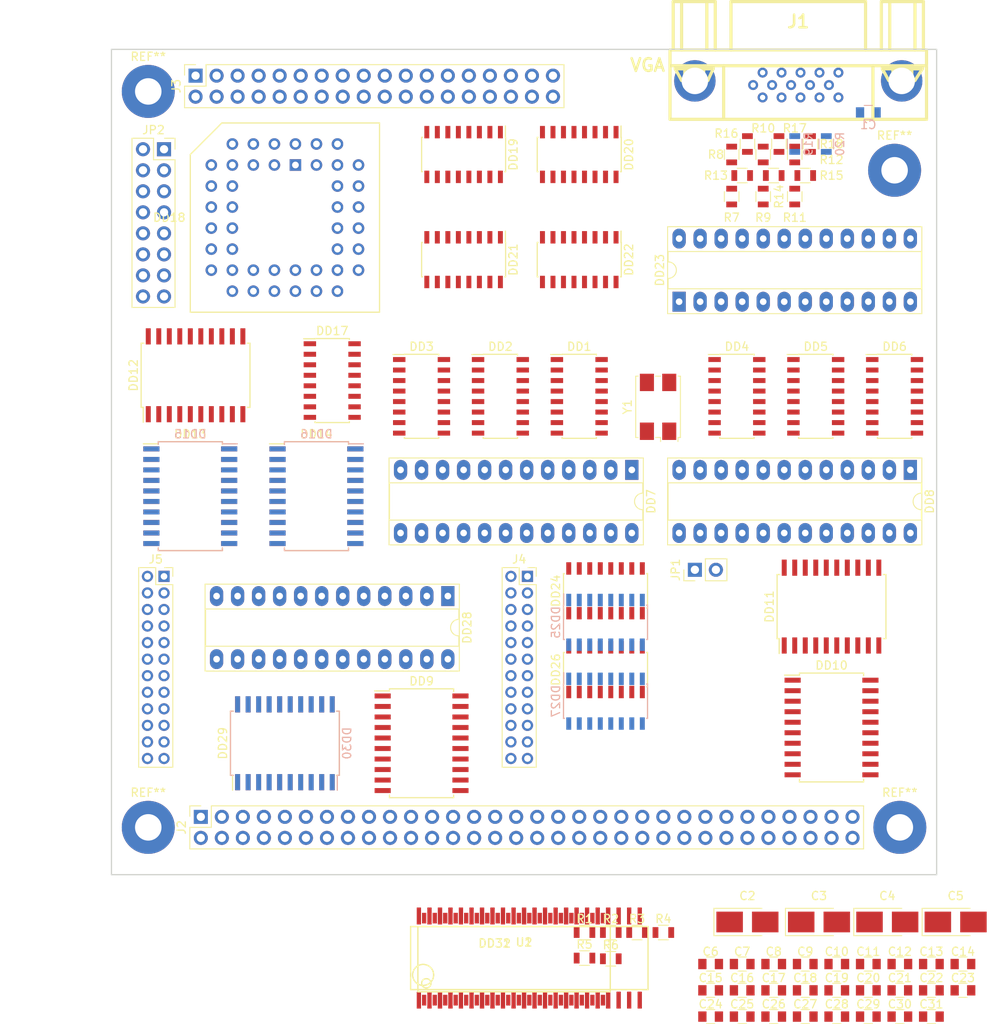
<source format=kicad_pcb>
(kicad_pcb (version 4) (host pcbnew 4.0.7)
  (layers (0 F.Cu signal) (31 B.Cu signal) (34 B.Paste user) (35 F.Paste user) (36 B.SilkS user) (37 F.SilkS user) (38 B.Mask user) (39 F.Mask user) (44 Edge.Cuts user))
  (net 0 "")
  (net 1 VCC)
  (net 2 GND)
  (net 3 "Net-(C1-Pad2)")
  (net 4 /XRn)
  (net 5 /CLK)
  (net 6 "Net-(DD1-Pad10)")
  (net 7 /X3)
  (net 8 /X2)
  (net 9 /X1)
  (net 10 /X0)
  (net 11 /X3h)
  (net 12 /X7)
  (net 13 /X6)
  (net 14 /X5)
  (net 15 /X4)
  (net 16 /X7h)
  (net 17 "Net-(DD3-Pad11)")
  (net 18 "Net-(DD3-Pad12)")
  (net 19 /X9)
  (net 20 /X8)
  (net 21 "Net-(DD3-Pad15)")
  (net 22 /YRn)
  (net 23 /XE)
  (net 24 "Net-(DD4-Pad10)")
  (net 25 /Y3)
  (net 26 /Y2)
  (net 27 /Y1)
  (net 28 /Y0)
  (net 29 /Y3h)
  (net 30 /Y7)
  (net 31 /Y6)
  (net 32 /Y5)
  (net 33 /Y4)
  (net 34 /Y7h)
  (net 35 "Net-(DD6-Pad11)")
  (net 36 "Net-(DD6-Pad12)")
  (net 37 /Y9)
  (net 38 /Y8)
  (net 39 "Net-(DD6-Pad15)")
  (net 40 /BE)
  (net 41 /VC)
  (net 42 /MCP)
  (net 43 /CL1)
  (net 44 /CL0)
  (net 45 /HSP)
  (net 46 /BH)
  (net 47 /BEn)
  (net 48 /SR16)
  (net 49 /YR2)
  (net 50 /YR1)
  (net 51 /VM3n)
  (net 52 /VM3)
  (net 53 /HS)
  (net 54 /FEN)
  (net 55 /VS)
  (net 56 /BL)
  (net 57 /WE)
  (net 58 /RESn)
  (net 59 /VM0)
  (net 60 /D0)
  (net 61 /D1)
  (net 62 /VM1)
  (net 63 /VM2)
  (net 64 /D2)
  (net 65 /D3)
  (net 66 /PF8)
  (net 67 /VM4)
  (net 68 /D4)
  (net 69 /D5)
  (net 70 /FL0)
  (net 71 /FL1)
  (net 72 /D6)
  (net 73 /D7)
  (net 74 /FL2)
  (net 75 /VB0)
  (net 76 /VB1)
  (net 77 /F0)
  (net 78 /F1)
  (net 79 /PFA)
  (net 80 /F2)
  (net 81 /F3)
  (net 82 /PGD)
  (net 83 /PFCn)
  (net 84 /PS7)
  (net 85 /PS6)
  (net 86 /PS5)
  (net 87 /PS4)
  (net 88 /PS3)
  (net 89 /PS2)
  (net 90 /PS1)
  (net 91 /PS0)
  (net 92 /VD8)
  (net 93 /VD9)
  (net 94 /VD10)
  (net 95 /VD11)
  (net 96 /VD12)
  (net 97 /VD13)
  (net 98 /VD14)
  (net 99 /VD15)
  (net 100 /V0)
  (net 101 /MD0)
  (net 102 /MD1)
  (net 103 /V1)
  (net 104 /V2)
  (net 105 /MD2)
  (net 106 /MD3)
  (net 107 /V3)
  (net 108 /V4)
  (net 109 /MD4)
  (net 110 /MD5)
  (net 111 /V5)
  (net 112 /V6)
  (net 113 /MD6)
  (net 114 /MD7)
  (net 115 /V7)
  (net 116 /MD8)
  (net 117 /MD9)
  (net 118 /MD10)
  (net 119 /MD11)
  (net 120 /MD12)
  (net 121 /MD13)
  (net 122 /MD14)
  (net 123 /MD15)
  (net 124 /VD16)
  (net 125 /VD17)
  (net 126 /VD18)
  (net 127 /VD19)
  (net 128 /VD20)
  (net 129 /VD21)
  (net 130 /VD22)
  (net 131 /VD23)
  (net 132 /VD24)
  (net 133 /VD25)
  (net 134 /VD26)
  (net 135 /VD27)
  (net 136 /VD28)
  (net 137 /VD29)
  (net 138 /VD30)
  (net 139 /VD31)
  (net 140 /U0)
  (net 141 /U1)
  (net 142 "Net-(DD17-Pad9)")
  (net 143 "Net-(DD17-Pad10)")
  (net 144 "Net-(DD17-Pad11)")
  (net 145 /U2)
  (net 146 /VD0)
  (net 147 /VD1)
  (net 148 /VD2)
  (net 149 /VD3)
  (net 150 /VD4)
  (net 151 /VD5)
  (net 152 /VD6)
  (net 153 /VD7)
  (net 154 "Net-(DD19-Pad9)")
  (net 155 /P1)
  (net 156 /P2)
  (net 157 "Net-(DD21-Pad9)")
  (net 158 /P3)
  (net 159 "Net-(DD22-Pad9)")
  (net 160 /P4)
  (net 161 /BLn)
  (net 162 /R)
  (net 163 /IR)
  (net 164 /G)
  (net 165 /IG)
  (net 166 /B)
  (net 167 /IB)
  (net 168 /A0)
  (net 169 /MA0)
  (net 170 /A1)
  (net 171 /MA1)
  (net 172 /MA3)
  (net 173 /A3)
  (net 174 /MA2)
  (net 175 /A2)
  (net 176 /A4)
  (net 177 /MA4)
  (net 178 /A5)
  (net 179 /MA5)
  (net 180 /MA7)
  (net 181 /A7)
  (net 182 /MA6)
  (net 183 /A6)
  (net 184 /A8)
  (net 185 /MA8)
  (net 186 /A9)
  (net 187 /MA9)
  (net 188 /MA11)
  (net 189 /A11)
  (net 190 /MA10)
  (net 191 /A10)
  (net 192 /A12)
  (net 193 /MA12)
  (net 194 /A13)
  (net 195 /MA13)
  (net 196 /MA15)
  (net 197 /B1)
  (net 198 /VA15)
  (net 199 /MA14)
  (net 200 /B0)
  (net 201 /VA14)
  (net 202 /WS)
  (net 203 /OE)
  (net 204 /VA16)
  (net 205 /VA17)
  (net 206 /SU)
  (net 207 /VA18)
  (net 208 /SL)
  (net 209 /VA19)
  (net 210 /CE1)
  (net 211 /MW)
  (net 212 /CE0)
  (net 213 /MR)
  (net 214 /S17)
  (net 215 /S16)
  (net 216 VDD)
  (net 217 /MA19)
  (net 218 /VB)
  (net 219 /VG)
  (net 220 /VR)
  (net 221 "Net-(J1-Pad4)")
  (net 222 "Net-(J1-Pad11)")
  (net 223 "Net-(J1-Pad12)")
  (net 224 "Net-(J1-Pad13)")
  (net 225 "Net-(J1-Pad14)")
  (net 226 "Net-(J1-Pad15)")
  (net 227 "Net-(J2-Pad1)")
  (net 228 /INTAn)
  (net 229 "Net-(J2-Pad10)")
  (net 230 /M1n)
  (net 231 -12V)
  (net 232 /BLRAM)
  (net 233 +12V)
  (net 234 /WAITn)
  (net 235 /BLIO)
  (net 236 /SND)
  (net 237 /IORQn)
  (net 238 "Net-(J2-Pad23)")
  (net 239 /MREQn)
  (net 240 "Net-(J2-Pad25)")
  (net 241 /WRn)
  (net 242 "Net-(J2-Pad27)")
  (net 243 /RDn)
  (net 244 "Net-(J2-Pad29)")
  (net 245 /HOLD)
  (net 246 /A15)
  (net 247 /66?)
  (net 248 /A14)
  (net 249 "Net-(J2-Pad36)")
  (net 250 /RFSHn)
  (net 251 /CLC0?)
  (net 252 /IRQ1)
  (net 253 /IRQ2)
  (net 254 /IRQ3)
  (net 255 /IRQ4)
  (net 256 /IRQ5)
  (net 257 /IRQ6)
  (net 258 /IRQ7)
  (net 259 /IRQS)
  (net 260 "Net-(J2-Pad58)")
  (net 261 /HLDA)
  (net 262 "Net-(J3-Pad1)")
  (net 263 "Net-(J3-Pad2)")
  (net 264 "Net-(J3-Pad3)")
  (net 265 /ROM)
  (net 266 /XROM)
  (net 267 /1B2)
  (net 268 /1B3)
  (net 269 /1B4)
  (net 270 /1B5)
  (net 271 /1B6)
  (net 272 /1B7)
  (net 273 /1B8)
  (net 274 /M2V)
  (net 275 /r0)
  (net 276 /r1)
  (net 277 /r2)
  (net 278 /r3)
  (net 279 /r4)
  (net 280 /r5)
  (net 281 /r6)
  (net 282 /r7)
  (net 283 "Net-(R13-Pad2)")
  (net 284 "Net-(R10-Pad2)")
  (net 285 "Net-(R11-Pad1)")
  (net 286 "Net-(Y1-Pad1)")
  (net 287 /WEN)
  (module w_conn_pc:DB_15F-VGA (layer F.Cu) (at 182.03926 23.56358 180)
    (fp_text reference J1 (at 0 4.699 180) (layer F.SilkS) (effects (font (thickness 0.3048))))
    (fp_text value VGA (at 18.20926 -0.56642 180) (layer F.SilkS) (effects (font (thickness 0.3048))))
    (pad 0 thru_hole circle (at 12.49426 -2.47142 180) (size 5.00126 5.00126) (drill 3.2004) (layers *.Cu *.Mask) (net 3 "Net-(C1-Pad2)"))
    (pad 3 thru_hole circle (at -0.2667 -4.4704 180) (size 1.19888 1.19888) (drill 0.65024) (layers *.Cu *.Mask) (net 218 /VB))
    (pad 2 thru_hole circle (at 2.0193 -4.4704 180) (size 1.19888 1.19888) (drill 0.65024) (layers *.Cu *.Mask) (net 219 /VG))
    (pad 1 thru_hole circle (at 4.31038 -4.4704 180) (size 1.19888 1.19888) (drill 0.65024) (layers *.Cu *.Mask) (net 220 /VR))
    (pad 4 thru_hole circle (at -2.56032 -4.4704 180) (size 1.19888 1.19888) (drill 0.65024) (layers *.Cu *.Mask) (net 221 "Net-(J1-Pad4)"))
    (pad 5 thru_hole circle (at -4.84886 -4.4704 180) (size 1.19888 1.19888) (drill 0.65024) (layers *.Cu *.Mask) (net 2 GND))
    (pad 9 thru_hole circle (at -1.41478 -2.9718 180) (size 1.19888 1.19888) (drill 0.65024) (layers *.Cu *.Mask) (net 1 VCC))
    (pad 8 thru_hole circle (at 0.87376 -2.9718 180) (size 1.19888 1.19888) (drill 0.65024) (layers *.Cu *.Mask) (net 2 GND))
    (pad 7 thru_hole circle (at 3.16484 -2.9718 180) (size 1.19888 1.19888) (drill 0.65024) (layers *.Cu *.Mask) (net 2 GND))
    (pad 6 thru_hole circle (at 5.45592 -2.9718 180) (size 1.19888 1.19888) (drill 0.65024) (layers *.Cu *.Mask) (net 2 GND))
    (pad 0 thru_hole circle (at -12.49426 -2.47142 180) (size 5.00126 5.00126) (drill 3.2004) (layers *.Cu *.Mask) (net 3 "Net-(C1-Pad2)"))
    (pad 10 thru_hole circle (at -3.70586 -2.9718 180) (size 1.19888 1.19888) (drill 0.65024) (layers *.Cu *.Mask) (net 2 GND))
    (pad 11 thru_hole circle (at 4.31038 -1.47066 180) (size 1.19888 1.19888) (drill 0.65024) (layers *.Cu *.Mask) (net 222 "Net-(J1-Pad11)"))
    (pad 12 thru_hole circle (at 2.0193 -1.47066 180) (size 1.19888 1.19888) (drill 0.65024) (layers *.Cu *.Mask) (net 223 "Net-(J1-Pad12)"))
    (pad 13 thru_hole circle (at -0.26924 -1.4732 180) (size 1.19888 1.19888) (drill 0.65024) (layers *.Cu *.Mask) (net 224 "Net-(J1-Pad13)"))
    (pad 14 thru_hole circle (at -2.56032 -1.47066 180) (size 1.19888 1.19888) (drill 0.65024) (layers *.Cu *.Mask) (net 225 "Net-(J1-Pad14)"))
    (pad 15 thru_hole circle (at -4.84886 -1.47066 180) (size 1.19888 1.19888) (drill 0.65024) (layers *.Cu *.Mask) (net 226 "Net-(J1-Pad15)"))
  )
  (module Capacitors_SMD:C_0805 (layer B.Cu) (at 190.5 29.845)
    (fp_text reference C1 (at 0 1.5) (layer B.SilkS) (effects (justify mirror)))
    (fp_text value 0.1u)
    (pad 1 smd rect (at -1 0) (size 1 1.25) (layers B.Cu B.Paste B.Mask) (net 2 GND))
    (pad 2 smd rect (at 1 0) (size 1 1.25) (layers B.Cu B.Paste B.Mask) (net 3 "Net-(C1-Pad2)"))
  )
  (module Capacitors_Tantalum_SMD:CP_Tantalum_Case-B_EIA-3528-21_Hand (layer F.Cu) (at 175.895 127.635)
    (fp_text reference C2 (at 0 -3.15) (layer F.SilkS))
    (fp_text value 10u)
    (pad 1 smd rect (at -2.15 0) (size 3.2 2.5) (layers F.Cu F.Paste F.Mask) (net 1 VCC))
    (pad 2 smd rect (at 2.15 0) (size 3.2 2.5) (layers F.Cu F.Paste F.Mask) (net 2 GND))
  )
  (module Capacitors_Tantalum_SMD:CP_Tantalum_Case-B_EIA-3528-21_Hand (layer F.Cu) (at 184.54 127.635)
    (fp_text reference C3 (at 0 -3.15) (layer F.SilkS))
    (fp_text value 10u)
    (pad 1 smd rect (at -2.15 0) (size 3.2 2.5) (layers F.Cu F.Paste F.Mask) (net 1 VCC))
    (pad 2 smd rect (at 2.15 0) (size 3.2 2.5) (layers F.Cu F.Paste F.Mask) (net 2 GND))
  )
  (module Capacitors_Tantalum_SMD:CP_Tantalum_Case-B_EIA-3528-21_Hand (layer F.Cu) (at 192.795 127.635)
    (fp_text reference C4 (at 0 -3.15) (layer F.SilkS))
    (fp_text value 10u)
    (pad 1 smd rect (at -2.15 0) (size 3.2 2.5) (layers F.Cu F.Paste F.Mask) (net 1 VCC))
    (pad 2 smd rect (at 2.15 0) (size 3.2 2.5) (layers F.Cu F.Paste F.Mask) (net 2 GND))
  )
  (module Capacitors_Tantalum_SMD:CP_Tantalum_Case-B_EIA-3528-21_Hand (layer F.Cu) (at 201.05 127.635)
    (fp_text reference C5 (at 0 -3.15) (layer F.SilkS))
    (fp_text value 10u)
    (pad 1 smd rect (at -2.15 0) (size 3.2 2.5) (layers F.Cu F.Paste F.Mask) (net 1 VCC))
    (pad 2 smd rect (at 2.15 0) (size 3.2 2.5) (layers F.Cu F.Paste F.Mask) (net 2 GND))
  )
  (module Capacitors_SMD:C_0805 (layer F.Cu) (at 171.45 132.715)
    (fp_text reference C6 (at 0 -1.5) (layer F.SilkS))
    (fp_text value 0.1u)
    (pad 1 smd rect (at -1 0) (size 1 1.25) (layers F.Cu F.Paste F.Mask) (net 1 VCC))
    (pad 2 smd rect (at 1 0) (size 1 1.25) (layers F.Cu F.Paste F.Mask) (net 2 GND))
  )
  (module Capacitors_SMD:C_0805 (layer F.Cu) (at 175.26 132.715)
    (fp_text reference C7 (at 0 -1.5) (layer F.SilkS))
    (fp_text value 0.1u)
    (pad 1 smd rect (at -1 0) (size 1 1.25) (layers F.Cu F.Paste F.Mask) (net 1 VCC))
    (pad 2 smd rect (at 1 0) (size 1 1.25) (layers F.Cu F.Paste F.Mask) (net 2 GND))
  )
  (module Capacitors_SMD:C_0805 (layer F.Cu) (at 179.07 132.715)
    (fp_text reference C8 (at 0 -1.5) (layer F.SilkS))
    (fp_text value 0.1u)
    (pad 1 smd rect (at -1 0) (size 1 1.25) (layers F.Cu F.Paste F.Mask) (net 1 VCC))
    (pad 2 smd rect (at 1 0) (size 1 1.25) (layers F.Cu F.Paste F.Mask) (net 2 GND))
  )
  (module Capacitors_SMD:C_0805 (layer F.Cu) (at 182.88 132.715)
    (fp_text reference C9 (at 0 -1.5) (layer F.SilkS))
    (fp_text value 0.1u)
    (pad 1 smd rect (at -1 0) (size 1 1.25) (layers F.Cu F.Paste F.Mask) (net 1 VCC))
    (pad 2 smd rect (at 1 0) (size 1 1.25) (layers F.Cu F.Paste F.Mask) (net 2 GND))
  )
  (module Capacitors_SMD:C_0805 (layer F.Cu) (at 186.69 132.715)
    (fp_text reference C10 (at 0 -1.5) (layer F.SilkS))
    (fp_text value 0.1u)
    (pad 1 smd rect (at -1 0) (size 1 1.25) (layers F.Cu F.Paste F.Mask) (net 1 VCC))
    (pad 2 smd rect (at 1 0) (size 1 1.25) (layers F.Cu F.Paste F.Mask) (net 2 GND))
  )
  (module Capacitors_SMD:C_0805 (layer F.Cu) (at 190.5 132.715)
    (fp_text reference C11 (at 0 -1.5) (layer F.SilkS))
    (fp_text value 0.1u)
    (pad 1 smd rect (at -1 0) (size 1 1.25) (layers F.Cu F.Paste F.Mask) (net 1 VCC))
    (pad 2 smd rect (at 1 0) (size 1 1.25) (layers F.Cu F.Paste F.Mask) (net 2 GND))
  )
  (module Capacitors_SMD:C_0805 (layer F.Cu) (at 194.31 132.715)
    (fp_text reference C12 (at 0 -1.5) (layer F.SilkS))
    (fp_text value 0.1u)
    (pad 1 smd rect (at -1 0) (size 1 1.25) (layers F.Cu F.Paste F.Mask) (net 1 VCC))
    (pad 2 smd rect (at 1 0) (size 1 1.25) (layers F.Cu F.Paste F.Mask) (net 2 GND))
  )
  (module Capacitors_SMD:C_0805 (layer F.Cu) (at 198.12 132.715)
    (fp_text reference C13 (at 0 -1.5) (layer F.SilkS))
    (fp_text value 0.1u)
    (pad 1 smd rect (at -1 0) (size 1 1.25) (layers F.Cu F.Paste F.Mask) (net 1 VCC))
    (pad 2 smd rect (at 1 0) (size 1 1.25) (layers F.Cu F.Paste F.Mask) (net 2 GND))
  )
  (module Capacitors_SMD:C_0805 (layer F.Cu) (at 201.93 132.715)
    (fp_text reference C14 (at 0 -1.5) (layer F.SilkS))
    (fp_text value 0.1u)
    (pad 1 smd rect (at -1 0) (size 1 1.25) (layers F.Cu F.Paste F.Mask) (net 1 VCC))
    (pad 2 smd rect (at 1 0) (size 1 1.25) (layers F.Cu F.Paste F.Mask) (net 2 GND))
  )
  (module Capacitors_SMD:C_0805 (layer F.Cu) (at 171.45 135.89)
    (fp_text reference C15 (at 0 -1.5) (layer F.SilkS))
    (fp_text value 0.1u)
    (pad 1 smd rect (at -1 0) (size 1 1.25) (layers F.Cu F.Paste F.Mask) (net 1 VCC))
    (pad 2 smd rect (at 1 0) (size 1 1.25) (layers F.Cu F.Paste F.Mask) (net 2 GND))
  )
  (module Capacitors_SMD:C_0805 (layer F.Cu) (at 175.26 135.89)
    (fp_text reference C16 (at 0 -1.5) (layer F.SilkS))
    (fp_text value 0.1u)
    (pad 1 smd rect (at -1 0) (size 1 1.25) (layers F.Cu F.Paste F.Mask) (net 1 VCC))
    (pad 2 smd rect (at 1 0) (size 1 1.25) (layers F.Cu F.Paste F.Mask) (net 2 GND))
  )
  (module Capacitors_SMD:C_0805 (layer F.Cu) (at 179.07 135.89)
    (fp_text reference C17 (at 0 -1.5) (layer F.SilkS))
    (fp_text value 0.1u)
    (pad 1 smd rect (at -1 0) (size 1 1.25) (layers F.Cu F.Paste F.Mask) (net 1 VCC))
    (pad 2 smd rect (at 1 0) (size 1 1.25) (layers F.Cu F.Paste F.Mask) (net 2 GND))
  )
  (module Capacitors_SMD:C_0805 (layer F.Cu) (at 182.88 135.89)
    (fp_text reference C18 (at 0 -1.5) (layer F.SilkS))
    (fp_text value 0.1u)
    (pad 1 smd rect (at -1 0) (size 1 1.25) (layers F.Cu F.Paste F.Mask) (net 1 VCC))
    (pad 2 smd rect (at 1 0) (size 1 1.25) (layers F.Cu F.Paste F.Mask) (net 2 GND))
  )
  (module Capacitors_SMD:C_0805 (layer F.Cu) (at 186.69 135.89)
    (fp_text reference C19 (at 0 -1.5) (layer F.SilkS))
    (fp_text value 0.1u)
    (pad 1 smd rect (at -1 0) (size 1 1.25) (layers F.Cu F.Paste F.Mask) (net 1 VCC))
    (pad 2 smd rect (at 1 0) (size 1 1.25) (layers F.Cu F.Paste F.Mask) (net 2 GND))
  )
  (module Capacitors_SMD:C_0805 (layer F.Cu) (at 190.5 135.89)
    (fp_text reference C20 (at 0 -1.5) (layer F.SilkS))
    (fp_text value 0.1u)
    (pad 1 smd rect (at -1 0) (size 1 1.25) (layers F.Cu F.Paste F.Mask) (net 1 VCC))
    (pad 2 smd rect (at 1 0) (size 1 1.25) (layers F.Cu F.Paste F.Mask) (net 2 GND))
  )
  (module Capacitors_SMD:C_0805 (layer F.Cu) (at 194.31 135.89)
    (fp_text reference C21 (at 0 -1.5) (layer F.SilkS))
    (fp_text value 0.1u)
    (pad 1 smd rect (at -1 0) (size 1 1.25) (layers F.Cu F.Paste F.Mask) (net 1 VCC))
    (pad 2 smd rect (at 1 0) (size 1 1.25) (layers F.Cu F.Paste F.Mask) (net 2 GND))
  )
  (module Capacitors_SMD:C_0805 (layer F.Cu) (at 198.12 135.89)
    (fp_text reference C22 (at 0 -1.5) (layer F.SilkS))
    (fp_text value 0.1u)
    (pad 1 smd rect (at -1 0) (size 1 1.25) (layers F.Cu F.Paste F.Mask) (net 1 VCC))
    (pad 2 smd rect (at 1 0) (size 1 1.25) (layers F.Cu F.Paste F.Mask) (net 2 GND))
  )
  (module Capacitors_SMD:C_0805 (layer F.Cu) (at 201.93 135.89)
    (fp_text reference C23 (at 0 -1.5) (layer F.SilkS))
    (fp_text value 0.1u)
    (pad 1 smd rect (at -1 0) (size 1 1.25) (layers F.Cu F.Paste F.Mask) (net 1 VCC))
    (pad 2 smd rect (at 1 0) (size 1 1.25) (layers F.Cu F.Paste F.Mask) (net 2 GND))
  )
  (module Capacitors_SMD:C_0805 (layer F.Cu) (at 171.45 139.065)
    (fp_text reference C24 (at 0 -1.5) (layer F.SilkS))
    (fp_text value 0.1u)
    (pad 1 smd rect (at -1 0) (size 1 1.25) (layers F.Cu F.Paste F.Mask) (net 1 VCC))
    (pad 2 smd rect (at 1 0) (size 1 1.25) (layers F.Cu F.Paste F.Mask) (net 2 GND))
  )
  (module Capacitors_SMD:C_0805 (layer F.Cu) (at 175.26 139.065)
    (fp_text reference C25 (at 0 -1.5) (layer F.SilkS))
    (fp_text value 0.1u)
    (pad 1 smd rect (at -1 0) (size 1 1.25) (layers F.Cu F.Paste F.Mask) (net 1 VCC))
    (pad 2 smd rect (at 1 0) (size 1 1.25) (layers F.Cu F.Paste F.Mask) (net 2 GND))
  )
  (module Capacitors_SMD:C_0805 (layer F.Cu) (at 179.07 139.065)
    (fp_text reference C26 (at 0 -1.5) (layer F.SilkS))
    (fp_text value 0.1u)
    (pad 1 smd rect (at -1 0) (size 1 1.25) (layers F.Cu F.Paste F.Mask) (net 1 VCC))
    (pad 2 smd rect (at 1 0) (size 1 1.25) (layers F.Cu F.Paste F.Mask) (net 2 GND))
  )
  (module Capacitors_SMD:C_0805 (layer F.Cu) (at 182.88 139.065)
    (fp_text reference C27 (at 0 -1.5) (layer F.SilkS))
    (fp_text value 0.1u)
    (pad 1 smd rect (at -1 0) (size 1 1.25) (layers F.Cu F.Paste F.Mask) (net 1 VCC))
    (pad 2 smd rect (at 1 0) (size 1 1.25) (layers F.Cu F.Paste F.Mask) (net 2 GND))
  )
  (module Capacitors_SMD:C_0805 (layer F.Cu) (at 186.69 139.065)
    (fp_text reference C28 (at 0 -1.5) (layer F.SilkS))
    (fp_text value 0.1u)
    (pad 1 smd rect (at -1 0) (size 1 1.25) (layers F.Cu F.Paste F.Mask) (net 1 VCC))
    (pad 2 smd rect (at 1 0) (size 1 1.25) (layers F.Cu F.Paste F.Mask) (net 2 GND))
  )
  (module Capacitors_SMD:C_0805 (layer F.Cu) (at 190.5 139.065)
    (fp_text reference C29 (at 0 -1.5) (layer F.SilkS))
    (fp_text value 0.1u)
    (pad 1 smd rect (at -1 0) (size 1 1.25) (layers F.Cu F.Paste F.Mask) (net 1 VCC))
    (pad 2 smd rect (at 1 0) (size 1 1.25) (layers F.Cu F.Paste F.Mask) (net 2 GND))
  )
  (module Capacitors_SMD:C_0805 (layer F.Cu) (at 194.31 139.065)
    (fp_text reference C30 (at 0 -1.5) (layer F.SilkS))
    (fp_text value 0.1u)
    (pad 1 smd rect (at -1 0) (size 1 1.25) (layers F.Cu F.Paste F.Mask) (net 1 VCC))
    (pad 2 smd rect (at 1 0) (size 1 1.25) (layers F.Cu F.Paste F.Mask) (net 2 GND))
  )
  (module Capacitors_SMD:C_0805 (layer F.Cu) (at 198.12 139.065)
    (fp_text reference C31 (at 0 -1.5) (layer F.SilkS))
    (fp_text value 0.1u)
    (pad 1 smd rect (at -1 0) (size 1 1.25) (layers F.Cu F.Paste F.Mask) (net 1 VCC))
    (pad 2 smd rect (at 1 0) (size 1 1.25) (layers F.Cu F.Paste F.Mask) (net 2 GND))
  )
  (module Housings_SOIC:SOIC-16_3.9x9.9mm_Pitch1.27mm (layer F.Cu) (at 155.575 64.135)
    (fp_text reference DD1 (at 0 -6) (layer F.SilkS))
    (fp_text value IE18)
    (pad 1 smd rect (at -2.7 -4.445) (size 1.5 0.6) (layers F.Cu F.Paste F.Mask) (net 4 /XRn))
    (pad 2 smd rect (at -2.7 -3.175) (size 1.5 0.6) (layers F.Cu F.Paste F.Mask) (net 5 /CLK))
    (pad 3 smd rect (at -2.7 -1.905) (size 1.5 0.6) (layers F.Cu F.Paste F.Mask) (net 6 "Net-(DD1-Pad10)"))
    (pad 4 smd rect (at -2.7 -0.635) (size 1.5 0.6) (layers F.Cu F.Paste F.Mask) (net 6 "Net-(DD1-Pad10)"))
    (pad 5 smd rect (at -2.7 0.635) (size 1.5 0.6) (layers F.Cu F.Paste F.Mask) (net 6 "Net-(DD1-Pad10)"))
    (pad 6 smd rect (at -2.7 1.905) (size 1.5 0.6) (layers F.Cu F.Paste F.Mask) (net 6 "Net-(DD1-Pad10)"))
    (pad 7 smd rect (at -2.7 3.175) (size 1.5 0.6) (layers F.Cu F.Paste F.Mask) (net 6 "Net-(DD1-Pad10)"))
    (pad 8 smd rect (at -2.7 4.445) (size 1.5 0.6) (layers F.Cu F.Paste F.Mask) (net 2 GND))
    (pad 9 smd rect (at 2.7 4.445) (size 1.5 0.6) (layers F.Cu F.Paste F.Mask) (net 6 "Net-(DD1-Pad10)"))
    (pad 10 smd rect (at 2.7 3.175) (size 1.5 0.6) (layers F.Cu F.Paste F.Mask) (net 6 "Net-(DD1-Pad10)"))
    (pad 11 smd rect (at 2.7 1.905) (size 1.5 0.6) (layers F.Cu F.Paste F.Mask) (net 7 /X3))
    (pad 12 smd rect (at 2.7 0.635) (size 1.5 0.6) (layers F.Cu F.Paste F.Mask) (net 8 /X2))
    (pad 13 smd rect (at 2.7 -0.635) (size 1.5 0.6) (layers F.Cu F.Paste F.Mask) (net 9 /X1))
    (pad 14 smd rect (at 2.7 -1.905) (size 1.5 0.6) (layers F.Cu F.Paste F.Mask) (net 10 /X0))
    (pad 15 smd rect (at 2.7 -3.175) (size 1.5 0.6) (layers F.Cu F.Paste F.Mask) (net 11 /X3h))
    (pad 16 smd rect (at 2.7 -4.445) (size 1.5 0.6) (layers F.Cu F.Paste F.Mask) (net 1 VCC))
  )
  (module Housings_SOIC:SOIC-16_3.9x9.9mm_Pitch1.27mm (layer F.Cu) (at 146.05 64.135)
    (fp_text reference DD2 (at 0 -6) (layer F.SilkS))
    (fp_text value IE18)
    (pad 1 smd rect (at -2.7 -4.445) (size 1.5 0.6) (layers F.Cu F.Paste F.Mask) (net 4 /XRn))
    (pad 2 smd rect (at -2.7 -3.175) (size 1.5 0.6) (layers F.Cu F.Paste F.Mask) (net 5 /CLK))
    (pad 3 smd rect (at -2.7 -1.905) (size 1.5 0.6) (layers F.Cu F.Paste F.Mask) (net 6 "Net-(DD1-Pad10)"))
    (pad 4 smd rect (at -2.7 -0.635) (size 1.5 0.6) (layers F.Cu F.Paste F.Mask) (net 6 "Net-(DD1-Pad10)"))
    (pad 5 smd rect (at -2.7 0.635) (size 1.5 0.6) (layers F.Cu F.Paste F.Mask) (net 6 "Net-(DD1-Pad10)"))
    (pad 6 smd rect (at -2.7 1.905) (size 1.5 0.6) (layers F.Cu F.Paste F.Mask) (net 6 "Net-(DD1-Pad10)"))
    (pad 7 smd rect (at -2.7 3.175) (size 1.5 0.6) (layers F.Cu F.Paste F.Mask) (net 6 "Net-(DD1-Pad10)"))
    (pad 8 smd rect (at -2.7 4.445) (size 1.5 0.6) (layers F.Cu F.Paste F.Mask) (net 2 GND))
    (pad 9 smd rect (at 2.7 4.445) (size 1.5 0.6) (layers F.Cu F.Paste F.Mask) (net 6 "Net-(DD1-Pad10)"))
    (pad 10 smd rect (at 2.7 3.175) (size 1.5 0.6) (layers F.Cu F.Paste F.Mask) (net 11 /X3h))
    (pad 11 smd rect (at 2.7 1.905) (size 1.5 0.6) (layers F.Cu F.Paste F.Mask) (net 12 /X7))
    (pad 12 smd rect (at 2.7 0.635) (size 1.5 0.6) (layers F.Cu F.Paste F.Mask) (net 13 /X6))
    (pad 13 smd rect (at 2.7 -0.635) (size 1.5 0.6) (layers F.Cu F.Paste F.Mask) (net 14 /X5))
    (pad 14 smd rect (at 2.7 -1.905) (size 1.5 0.6) (layers F.Cu F.Paste F.Mask) (net 15 /X4))
    (pad 15 smd rect (at 2.7 -3.175) (size 1.5 0.6) (layers F.Cu F.Paste F.Mask) (net 16 /X7h))
    (pad 16 smd rect (at 2.7 -4.445) (size 1.5 0.6) (layers F.Cu F.Paste F.Mask) (net 1 VCC))
  )
  (module Housings_SOIC:SOIC-16_3.9x9.9mm_Pitch1.27mm (layer F.Cu) (at 136.525 64.135)
    (fp_text reference DD3 (at 0 -6) (layer F.SilkS))
    (fp_text value IE18)
    (pad 1 smd rect (at -2.7 -4.445) (size 1.5 0.6) (layers F.Cu F.Paste F.Mask) (net 4 /XRn))
    (pad 2 smd rect (at -2.7 -3.175) (size 1.5 0.6) (layers F.Cu F.Paste F.Mask) (net 5 /CLK))
    (pad 3 smd rect (at -2.7 -1.905) (size 1.5 0.6) (layers F.Cu F.Paste F.Mask) (net 6 "Net-(DD1-Pad10)"))
    (pad 4 smd rect (at -2.7 -0.635) (size 1.5 0.6) (layers F.Cu F.Paste F.Mask) (net 6 "Net-(DD1-Pad10)"))
    (pad 5 smd rect (at -2.7 0.635) (size 1.5 0.6) (layers F.Cu F.Paste F.Mask) (net 6 "Net-(DD1-Pad10)"))
    (pad 6 smd rect (at -2.7 1.905) (size 1.5 0.6) (layers F.Cu F.Paste F.Mask) (net 6 "Net-(DD1-Pad10)"))
    (pad 7 smd rect (at -2.7 3.175) (size 1.5 0.6) (layers F.Cu F.Paste F.Mask) (net 6 "Net-(DD1-Pad10)"))
    (pad 8 smd rect (at -2.7 4.445) (size 1.5 0.6) (layers F.Cu F.Paste F.Mask) (net 2 GND))
    (pad 9 smd rect (at 2.7 4.445) (size 1.5 0.6) (layers F.Cu F.Paste F.Mask) (net 6 "Net-(DD1-Pad10)"))
    (pad 10 smd rect (at 2.7 3.175) (size 1.5 0.6) (layers F.Cu F.Paste F.Mask) (net 16 /X7h))
    (pad 11 smd rect (at 2.7 1.905) (size 1.5 0.6) (layers F.Cu F.Paste F.Mask) (net 17 "Net-(DD3-Pad11)"))
    (pad 12 smd rect (at 2.7 0.635) (size 1.5 0.6) (layers F.Cu F.Paste F.Mask) (net 18 "Net-(DD3-Pad12)"))
    (pad 13 smd rect (at 2.7 -0.635) (size 1.5 0.6) (layers F.Cu F.Paste F.Mask) (net 19 /X9))
    (pad 14 smd rect (at 2.7 -1.905) (size 1.5 0.6) (layers F.Cu F.Paste F.Mask) (net 20 /X8))
    (pad 15 smd rect (at 2.7 -3.175) (size 1.5 0.6) (layers F.Cu F.Paste F.Mask) (net 21 "Net-(DD3-Pad15)"))
    (pad 16 smd rect (at 2.7 -4.445) (size 1.5 0.6) (layers F.Cu F.Paste F.Mask) (net 1 VCC))
  )
  (module Housings_SOIC:SOIC-16_3.9x9.9mm_Pitch1.27mm (layer F.Cu) (at 174.625 64.135)
    (fp_text reference DD4 (at 0 -6) (layer F.SilkS))
    (fp_text value IE18)
    (pad 1 smd rect (at -2.7 -4.445) (size 1.5 0.6) (layers F.Cu F.Paste F.Mask) (net 22 /YRn))
    (pad 2 smd rect (at -2.7 -3.175) (size 1.5 0.6) (layers F.Cu F.Paste F.Mask) (net 23 /XE))
    (pad 3 smd rect (at -2.7 -1.905) (size 1.5 0.6) (layers F.Cu F.Paste F.Mask) (net 24 "Net-(DD4-Pad10)"))
    (pad 4 smd rect (at -2.7 -0.635) (size 1.5 0.6) (layers F.Cu F.Paste F.Mask) (net 24 "Net-(DD4-Pad10)"))
    (pad 5 smd rect (at -2.7 0.635) (size 1.5 0.6) (layers F.Cu F.Paste F.Mask) (net 24 "Net-(DD4-Pad10)"))
    (pad 6 smd rect (at -2.7 1.905) (size 1.5 0.6) (layers F.Cu F.Paste F.Mask) (net 24 "Net-(DD4-Pad10)"))
    (pad 7 smd rect (at -2.7 3.175) (size 1.5 0.6) (layers F.Cu F.Paste F.Mask) (net 24 "Net-(DD4-Pad10)"))
    (pad 8 smd rect (at -2.7 4.445) (size 1.5 0.6) (layers F.Cu F.Paste F.Mask) (net 2 GND))
    (pad 9 smd rect (at 2.7 4.445) (size 1.5 0.6) (layers F.Cu F.Paste F.Mask) (net 24 "Net-(DD4-Pad10)"))
    (pad 10 smd rect (at 2.7 3.175) (size 1.5 0.6) (layers F.Cu F.Paste F.Mask) (net 24 "Net-(DD4-Pad10)"))
    (pad 11 smd rect (at 2.7 1.905) (size 1.5 0.6) (layers F.Cu F.Paste F.Mask) (net 25 /Y3))
    (pad 12 smd rect (at 2.7 0.635) (size 1.5 0.6) (layers F.Cu F.Paste F.Mask) (net 26 /Y2))
    (pad 13 smd rect (at 2.7 -0.635) (size 1.5 0.6) (layers F.Cu F.Paste F.Mask) (net 27 /Y1))
    (pad 14 smd rect (at 2.7 -1.905) (size 1.5 0.6) (layers F.Cu F.Paste F.Mask) (net 28 /Y0))
    (pad 15 smd rect (at 2.7 -3.175) (size 1.5 0.6) (layers F.Cu F.Paste F.Mask) (net 29 /Y3h))
    (pad 16 smd rect (at 2.7 -4.445) (size 1.5 0.6) (layers F.Cu F.Paste F.Mask) (net 1 VCC))
  )
  (module Housings_SOIC:SOIC-16_3.9x9.9mm_Pitch1.27mm (layer F.Cu) (at 184.15 64.135)
    (fp_text reference DD5 (at 0 -6) (layer F.SilkS))
    (fp_text value IE18)
    (pad 1 smd rect (at -2.7 -4.445) (size 1.5 0.6) (layers F.Cu F.Paste F.Mask) (net 22 /YRn))
    (pad 2 smd rect (at -2.7 -3.175) (size 1.5 0.6) (layers F.Cu F.Paste F.Mask) (net 23 /XE))
    (pad 3 smd rect (at -2.7 -1.905) (size 1.5 0.6) (layers F.Cu F.Paste F.Mask) (net 24 "Net-(DD4-Pad10)"))
    (pad 4 smd rect (at -2.7 -0.635) (size 1.5 0.6) (layers F.Cu F.Paste F.Mask) (net 24 "Net-(DD4-Pad10)"))
    (pad 5 smd rect (at -2.7 0.635) (size 1.5 0.6) (layers F.Cu F.Paste F.Mask) (net 24 "Net-(DD4-Pad10)"))
    (pad 6 smd rect (at -2.7 1.905) (size 1.5 0.6) (layers F.Cu F.Paste F.Mask) (net 24 "Net-(DD4-Pad10)"))
    (pad 7 smd rect (at -2.7 3.175) (size 1.5 0.6) (layers F.Cu F.Paste F.Mask) (net 24 "Net-(DD4-Pad10)"))
    (pad 8 smd rect (at -2.7 4.445) (size 1.5 0.6) (layers F.Cu F.Paste F.Mask) (net 2 GND))
    (pad 9 smd rect (at 2.7 4.445) (size 1.5 0.6) (layers F.Cu F.Paste F.Mask) (net 24 "Net-(DD4-Pad10)"))
    (pad 10 smd rect (at 2.7 3.175) (size 1.5 0.6) (layers F.Cu F.Paste F.Mask) (net 29 /Y3h))
    (pad 11 smd rect (at 2.7 1.905) (size 1.5 0.6) (layers F.Cu F.Paste F.Mask) (net 30 /Y7))
    (pad 12 smd rect (at 2.7 0.635) (size 1.5 0.6) (layers F.Cu F.Paste F.Mask) (net 31 /Y6))
    (pad 13 smd rect (at 2.7 -0.635) (size 1.5 0.6) (layers F.Cu F.Paste F.Mask) (net 32 /Y5))
    (pad 14 smd rect (at 2.7 -1.905) (size 1.5 0.6) (layers F.Cu F.Paste F.Mask) (net 33 /Y4))
    (pad 15 smd rect (at 2.7 -3.175) (size 1.5 0.6) (layers F.Cu F.Paste F.Mask) (net 34 /Y7h))
    (pad 16 smd rect (at 2.7 -4.445) (size 1.5 0.6) (layers F.Cu F.Paste F.Mask) (net 1 VCC))
  )
  (module Housings_SOIC:SOIC-16_3.9x9.9mm_Pitch1.27mm (layer F.Cu) (at 193.675 64.135)
    (fp_text reference DD6 (at 0 -6) (layer F.SilkS))
    (fp_text value IE18)
    (pad 1 smd rect (at -2.7 -4.445) (size 1.5 0.6) (layers F.Cu F.Paste F.Mask) (net 22 /YRn))
    (pad 2 smd rect (at -2.7 -3.175) (size 1.5 0.6) (layers F.Cu F.Paste F.Mask) (net 23 /XE))
    (pad 3 smd rect (at -2.7 -1.905) (size 1.5 0.6) (layers F.Cu F.Paste F.Mask) (net 24 "Net-(DD4-Pad10)"))
    (pad 4 smd rect (at -2.7 -0.635) (size 1.5 0.6) (layers F.Cu F.Paste F.Mask) (net 24 "Net-(DD4-Pad10)"))
    (pad 5 smd rect (at -2.7 0.635) (size 1.5 0.6) (layers F.Cu F.Paste F.Mask) (net 24 "Net-(DD4-Pad10)"))
    (pad 6 smd rect (at -2.7 1.905) (size 1.5 0.6) (layers F.Cu F.Paste F.Mask) (net 24 "Net-(DD4-Pad10)"))
    (pad 7 smd rect (at -2.7 3.175) (size 1.5 0.6) (layers F.Cu F.Paste F.Mask) (net 24 "Net-(DD4-Pad10)"))
    (pad 8 smd rect (at -2.7 4.445) (size 1.5 0.6) (layers F.Cu F.Paste F.Mask) (net 2 GND))
    (pad 9 smd rect (at 2.7 4.445) (size 1.5 0.6) (layers F.Cu F.Paste F.Mask) (net 24 "Net-(DD4-Pad10)"))
    (pad 10 smd rect (at 2.7 3.175) (size 1.5 0.6) (layers F.Cu F.Paste F.Mask) (net 34 /Y7h))
    (pad 11 smd rect (at 2.7 1.905) (size 1.5 0.6) (layers F.Cu F.Paste F.Mask) (net 35 "Net-(DD6-Pad11)"))
    (pad 12 smd rect (at 2.7 0.635) (size 1.5 0.6) (layers F.Cu F.Paste F.Mask) (net 36 "Net-(DD6-Pad12)"))
    (pad 13 smd rect (at 2.7 -0.635) (size 1.5 0.6) (layers F.Cu F.Paste F.Mask) (net 37 /Y9))
    (pad 14 smd rect (at 2.7 -1.905) (size 1.5 0.6) (layers F.Cu F.Paste F.Mask) (net 38 /Y8))
    (pad 15 smd rect (at 2.7 -3.175) (size 1.5 0.6) (layers F.Cu F.Paste F.Mask) (net 39 "Net-(DD6-Pad15)"))
    (pad 16 smd rect (at 2.7 -4.445) (size 1.5 0.6) (layers F.Cu F.Paste F.Mask) (net 1 VCC))
  )
  (module Housings_DIP:DIP-24_W7.62mm_Socket_LongPads (layer F.Cu) (at 161.925 73.025 270)
    (fp_text reference DD7 (at 3.81 -2.33 270) (layer F.SilkS))
    (fp_text value ATF22V10)
    (pad 1 thru_hole rect (at 0 0 270) (size 2.4 1.6) (drill 0.8) (layers *.Cu *.Mask) (net 5 /CLK))
    (pad 13 thru_hole oval (at 7.62 27.94 270) (size 2.4 1.6) (drill 0.8) (layers *.Cu *.Mask) (net 48 /SR16))
    (pad 2 thru_hole oval (at 0 2.54 270) (size 2.4 1.6) (drill 0.8) (layers *.Cu *.Mask) (net 10 /X0))
    (pad 14 thru_hole oval (at 7.62 25.4 270) (size 2.4 1.6) (drill 0.8) (layers *.Cu *.Mask) (net 40 /BE))
    (pad 3 thru_hole oval (at 0 5.08 270) (size 2.4 1.6) (drill 0.8) (layers *.Cu *.Mask) (net 9 /X1))
    (pad 15 thru_hole oval (at 7.62 22.86 270) (size 2.4 1.6) (drill 0.8) (layers *.Cu *.Mask) (net 41 /VC))
    (pad 4 thru_hole oval (at 0 7.62 270) (size 2.4 1.6) (drill 0.8) (layers *.Cu *.Mask) (net 8 /X2))
    (pad 16 thru_hole oval (at 7.62 20.32 270) (size 2.4 1.6) (drill 0.8) (layers *.Cu *.Mask) (net 42 /MCP))
    (pad 5 thru_hole oval (at 0 10.16 270) (size 2.4 1.6) (drill 0.8) (layers *.Cu *.Mask) (net 7 /X3))
    (pad 17 thru_hole oval (at 7.62 17.78 270) (size 2.4 1.6) (drill 0.8) (layers *.Cu *.Mask) (net 43 /CL1))
    (pad 6 thru_hole oval (at 0 12.7 270) (size 2.4 1.6) (drill 0.8) (layers *.Cu *.Mask) (net 15 /X4))
    (pad 18 thru_hole oval (at 7.62 15.24 270) (size 2.4 1.6) (drill 0.8) (layers *.Cu *.Mask) (net 44 /CL0))
    (pad 7 thru_hole oval (at 0 15.24 270) (size 2.4 1.6) (drill 0.8) (layers *.Cu *.Mask) (net 14 /X5))
    (pad 19 thru_hole oval (at 7.62 12.7 270) (size 2.4 1.6) (drill 0.8) (layers *.Cu *.Mask) (net 45 /HSP))
    (pad 8 thru_hole oval (at 0 17.78 270) (size 2.4 1.6) (drill 0.8) (layers *.Cu *.Mask) (net 13 /X6))
    (pad 20 thru_hole oval (at 7.62 10.16 270) (size 2.4 1.6) (drill 0.8) (layers *.Cu *.Mask) (net 23 /XE))
    (pad 9 thru_hole oval (at 0 20.32 270) (size 2.4 1.6) (drill 0.8) (layers *.Cu *.Mask) (net 12 /X7))
    (pad 21 thru_hole oval (at 7.62 7.62 270) (size 2.4 1.6) (drill 0.8) (layers *.Cu *.Mask) (net 46 /BH))
    (pad 10 thru_hole oval (at 0 22.86 270) (size 2.4 1.6) (drill 0.8) (layers *.Cu *.Mask) (net 20 /X8))
    (pad 22 thru_hole oval (at 7.62 5.08 270) (size 2.4 1.6) (drill 0.8) (layers *.Cu *.Mask) (net 47 /BEn))
    (pad 11 thru_hole oval (at 0 25.4 270) (size 2.4 1.6) (drill 0.8) (layers *.Cu *.Mask) (net 19 /X9))
    (pad 23 thru_hole oval (at 7.62 2.54 270) (size 2.4 1.6) (drill 0.8) (layers *.Cu *.Mask) (net 4 /XRn))
    (pad 12 thru_hole oval (at 0 27.94 270) (size 2.4 1.6) (drill 0.8) (layers *.Cu *.Mask) (net 2 GND))
    (pad 24 thru_hole oval (at 7.62 0 270) (size 2.4 1.6) (drill 0.8) (layers *.Cu *.Mask) (net 1 VCC))
  )
  (module Housings_DIP:DIP-24_W7.62mm_Socket_LongPads (layer F.Cu) (at 195.58 73.025 270)
    (fp_text reference DD8 (at 3.81 -2.33 270) (layer F.SilkS))
    (fp_text value ATF22V10)
    (pad 1 thru_hole rect (at 0 0 270) (size 2.4 1.6) (drill 0.8) (layers *.Cu *.Mask) (net 28 /Y0))
    (pad 13 thru_hole oval (at 7.62 27.94 270) (size 2.4 1.6) (drill 0.8) (layers *.Cu *.Mask) (net 46 /BH))
    (pad 2 thru_hole oval (at 0 2.54 270) (size 2.4 1.6) (drill 0.8) (layers *.Cu *.Mask) (net 27 /Y1))
    (pad 14 thru_hole oval (at 7.62 25.4 270) (size 2.4 1.6) (drill 0.8) (layers *.Cu *.Mask) (net 49 /YR2))
    (pad 3 thru_hole oval (at 0 5.08 270) (size 2.4 1.6) (drill 0.8) (layers *.Cu *.Mask) (net 26 /Y2))
    (pad 15 thru_hole oval (at 7.62 22.86 270) (size 2.4 1.6) (drill 0.8) (layers *.Cu *.Mask) (net 50 /YR1))
    (pad 4 thru_hole oval (at 0 7.62 270) (size 2.4 1.6) (drill 0.8) (layers *.Cu *.Mask) (net 25 /Y3))
    (pad 16 thru_hole oval (at 7.62 20.32 270) (size 2.4 1.6) (drill 0.8) (layers *.Cu *.Mask) (net 51 /VM3n))
    (pad 5 thru_hole oval (at 0 10.16 270) (size 2.4 1.6) (drill 0.8) (layers *.Cu *.Mask) (net 33 /Y4))
    (pad 17 thru_hole oval (at 7.62 17.78 270) (size 2.4 1.6) (drill 0.8) (layers *.Cu *.Mask) (net 52 /VM3))
    (pad 6 thru_hole oval (at 0 12.7 270) (size 2.4 1.6) (drill 0.8) (layers *.Cu *.Mask) (net 32 /Y5))
    (pad 18 thru_hole oval (at 7.62 15.24 270) (size 2.4 1.6) (drill 0.8) (layers *.Cu *.Mask) (net 53 /HS))
    (pad 7 thru_hole oval (at 0 15.24 270) (size 2.4 1.6) (drill 0.8) (layers *.Cu *.Mask) (net 31 /Y6))
    (pad 19 thru_hole oval (at 7.62 12.7 270) (size 2.4 1.6) (drill 0.8) (layers *.Cu *.Mask) (net 45 /HSP))
    (pad 8 thru_hole oval (at 0 17.78 270) (size 2.4 1.6) (drill 0.8) (layers *.Cu *.Mask) (net 30 /Y7))
    (pad 20 thru_hole oval (at 7.62 10.16 270) (size 2.4 1.6) (drill 0.8) (layers *.Cu *.Mask) (net 54 /FEN))
    (pad 9 thru_hole oval (at 0 20.32 270) (size 2.4 1.6) (drill 0.8) (layers *.Cu *.Mask) (net 38 /Y8))
    (pad 21 thru_hole oval (at 7.62 7.62 270) (size 2.4 1.6) (drill 0.8) (layers *.Cu *.Mask) (net 55 /VS))
    (pad 10 thru_hole oval (at 0 22.86 270) (size 2.4 1.6) (drill 0.8) (layers *.Cu *.Mask) (net 37 /Y9))
    (pad 22 thru_hole oval (at 7.62 5.08 270) (size 2.4 1.6) (drill 0.8) (layers *.Cu *.Mask) (net 56 /BL))
    (pad 11 thru_hole oval (at 0 25.4 270) (size 2.4 1.6) (drill 0.8) (layers *.Cu *.Mask) (net 287 /WEN))
    (pad 23 thru_hole oval (at 7.62 2.54 270) (size 2.4 1.6) (drill 0.8) (layers *.Cu *.Mask) (net 22 /YRn))
    (pad 12 thru_hole oval (at 0 27.94 270) (size 2.4 1.6) (drill 0.8) (layers *.Cu *.Mask) (net 2 GND))
    (pad 24 thru_hole oval (at 7.62 0 270) (size 2.4 1.6) (drill 0.8) (layers *.Cu *.Mask) (net 1 VCC))
  )
  (module Housings_SOIC:SOIC-20W_7.5x12.8mm_Pitch1.27mm (layer F.Cu) (at 136.525 106.045)
    (fp_text reference DD9 (at 0 -7.5) (layer F.SilkS))
    (fp_text value IR35)
    (pad 1 smd rect (at -4.7 -5.715) (size 1.95 0.6) (layers F.Cu F.Paste F.Mask) (net 58 /RESn))
    (pad 2 smd rect (at -4.7 -4.445) (size 1.95 0.6) (layers F.Cu F.Paste F.Mask) (net 59 /VM0))
    (pad 3 smd rect (at -4.7 -3.175) (size 1.95 0.6) (layers F.Cu F.Paste F.Mask) (net 60 /D0))
    (pad 4 smd rect (at -4.7 -1.905) (size 1.95 0.6) (layers F.Cu F.Paste F.Mask) (net 61 /D1))
    (pad 5 smd rect (at -4.7 -0.635) (size 1.95 0.6) (layers F.Cu F.Paste F.Mask) (net 62 /VM1))
    (pad 6 smd rect (at -4.7 0.635) (size 1.95 0.6) (layers F.Cu F.Paste F.Mask) (net 63 /VM2))
    (pad 7 smd rect (at -4.7 1.905) (size 1.95 0.6) (layers F.Cu F.Paste F.Mask) (net 64 /D2))
    (pad 8 smd rect (at -4.7 3.175) (size 1.95 0.6) (layers F.Cu F.Paste F.Mask) (net 65 /D3))
    (pad 9 smd rect (at -4.7 4.445) (size 1.95 0.6) (layers F.Cu F.Paste F.Mask) (net 52 /VM3))
    (pad 10 smd rect (at -4.7 5.715) (size 1.95 0.6) (layers F.Cu F.Paste F.Mask) (net 2 GND))
    (pad 11 smd rect (at 4.7 5.715) (size 1.95 0.6) (layers F.Cu F.Paste F.Mask) (net 66 /PF8))
    (pad 12 smd rect (at 4.7 4.445) (size 1.95 0.6) (layers F.Cu F.Paste F.Mask) (net 67 /VM4))
    (pad 13 smd rect (at 4.7 3.175) (size 1.95 0.6) (layers F.Cu F.Paste F.Mask) (net 68 /D4))
    (pad 14 smd rect (at 4.7 1.905) (size 1.95 0.6) (layers F.Cu F.Paste F.Mask) (net 69 /D5))
    (pad 15 smd rect (at 4.7 0.635) (size 1.95 0.6) (layers F.Cu F.Paste F.Mask) (net 70 /FL0))
    (pad 16 smd rect (at 4.7 -0.635) (size 1.95 0.6) (layers F.Cu F.Paste F.Mask) (net 71 /FL1))
    (pad 17 smd rect (at 4.7 -1.905) (size 1.95 0.6) (layers F.Cu F.Paste F.Mask) (net 72 /D6))
    (pad 18 smd rect (at 4.7 -3.175) (size 1.95 0.6) (layers F.Cu F.Paste F.Mask) (net 73 /D7))
    (pad 19 smd rect (at 4.7 -4.445) (size 1.95 0.6) (layers F.Cu F.Paste F.Mask) (net 74 /FL2))
    (pad 20 smd rect (at 4.7 -5.715) (size 1.95 0.6) (layers F.Cu F.Paste F.Mask) (net 1 VCC))
  )
  (module Housings_SOIC:SOIC-20W_7.5x12.8mm_Pitch1.27mm (layer F.Cu) (at 186.055 104.14)
    (fp_text reference DD10 (at 0 -7.5) (layer F.SilkS))
    (fp_text value IR35)
    (pad 1 smd rect (at -4.7 -5.715) (size 1.95 0.6) (layers F.Cu F.Paste F.Mask) (net 58 /RESn))
    (pad 2 smd rect (at -4.7 -4.445) (size 1.95 0.6) (layers F.Cu F.Paste F.Mask) (net 75 /VB0))
    (pad 3 smd rect (at -4.7 -3.175) (size 1.95 0.6) (layers F.Cu F.Paste F.Mask) (net 60 /D0))
    (pad 4 smd rect (at -4.7 -1.905) (size 1.95 0.6) (layers F.Cu F.Paste F.Mask) (net 61 /D1))
    (pad 5 smd rect (at -4.7 -0.635) (size 1.95 0.6) (layers F.Cu F.Paste F.Mask) (net 76 /VB1))
    (pad 6 smd rect (at -4.7 0.635) (size 1.95 0.6) (layers F.Cu F.Paste F.Mask) (net 77 /F0))
    (pad 7 smd rect (at -4.7 1.905) (size 1.95 0.6) (layers F.Cu F.Paste F.Mask) (net 64 /D2))
    (pad 8 smd rect (at -4.7 3.175) (size 1.95 0.6) (layers F.Cu F.Paste F.Mask) (net 65 /D3))
    (pad 9 smd rect (at -4.7 4.445) (size 1.95 0.6) (layers F.Cu F.Paste F.Mask) (net 78 /F1))
    (pad 10 smd rect (at -4.7 5.715) (size 1.95 0.6) (layers F.Cu F.Paste F.Mask) (net 2 GND))
    (pad 11 smd rect (at 4.7 5.715) (size 1.95 0.6) (layers F.Cu F.Paste F.Mask) (net 79 /PFA))
    (pad 12 smd rect (at 4.7 4.445) (size 1.95 0.6) (layers F.Cu F.Paste F.Mask) (net 80 /F2))
    (pad 13 smd rect (at 4.7 3.175) (size 1.95 0.6) (layers F.Cu F.Paste F.Mask) (net 68 /D4))
    (pad 14 smd rect (at 4.7 1.905) (size 1.95 0.6) (layers F.Cu F.Paste F.Mask) (net 69 /D5))
    (pad 15 smd rect (at 4.7 0.635) (size 1.95 0.6) (layers F.Cu F.Paste F.Mask) (net 81 /F3))
    (pad 16 smd rect (at 4.7 -0.635) (size 1.95 0.6) (layers F.Cu F.Paste F.Mask) (net 82 /PGD))
    (pad 17 smd rect (at 4.7 -1.905) (size 1.95 0.6) (layers F.Cu F.Paste F.Mask) (net 72 /D6))
    (pad 18 smd rect (at 4.7 -3.175) (size 1.95 0.6) (layers F.Cu F.Paste F.Mask) (net 73 /D7))
    (pad 19 smd rect (at 4.7 -4.445) (size 1.95 0.6) (layers F.Cu F.Paste F.Mask) (net 48 /SR16))
    (pad 20 smd rect (at 4.7 -5.715) (size 1.95 0.6) (layers F.Cu F.Paste F.Mask) (net 1 VCC))
  )
  (module Housings_SOIC:SOIC-20W_7.5x12.8mm_Pitch1.27mm (layer F.Cu) (at 186.055 89.535 90)
    (fp_text reference DD11 (at 0 -7.5 90) (layer F.SilkS))
    (fp_text value IR23)
    (pad 1 smd rect (at -4.7 -5.715 90) (size 1.95 0.6) (layers F.Cu F.Paste F.Mask) (net 51 /VM3n))
    (pad 2 smd rect (at -4.7 -4.445 90) (size 1.95 0.6) (layers F.Cu F.Paste F.Mask) (net 60 /D0))
    (pad 3 smd rect (at -4.7 -3.175 90) (size 1.95 0.6) (layers F.Cu F.Paste F.Mask) (net 61 /D1))
    (pad 4 smd rect (at -4.7 -1.905 90) (size 1.95 0.6) (layers F.Cu F.Paste F.Mask) (net 64 /D2))
    (pad 5 smd rect (at -4.7 -0.635 90) (size 1.95 0.6) (layers F.Cu F.Paste F.Mask) (net 65 /D3))
    (pad 6 smd rect (at -4.7 0.635 90) (size 1.95 0.6) (layers F.Cu F.Paste F.Mask) (net 68 /D4))
    (pad 7 smd rect (at -4.7 1.905 90) (size 1.95 0.6) (layers F.Cu F.Paste F.Mask) (net 69 /D5))
    (pad 8 smd rect (at -4.7 3.175 90) (size 1.95 0.6) (layers F.Cu F.Paste F.Mask) (net 72 /D6))
    (pad 9 smd rect (at -4.7 4.445 90) (size 1.95 0.6) (layers F.Cu F.Paste F.Mask) (net 73 /D7))
    (pad 10 smd rect (at -4.7 5.715 90) (size 1.95 0.6) (layers F.Cu F.Paste F.Mask) (net 2 GND))
    (pad 11 smd rect (at 4.7 5.715 90) (size 1.95 0.6) (layers F.Cu F.Paste F.Mask) (net 83 /PFCn))
    (pad 12 smd rect (at 4.7 4.445 90) (size 1.95 0.6) (layers F.Cu F.Paste F.Mask) (net 84 /PS7))
    (pad 13 smd rect (at 4.7 3.175 90) (size 1.95 0.6) (layers F.Cu F.Paste F.Mask) (net 85 /PS6))
    (pad 14 smd rect (at 4.7 1.905 90) (size 1.95 0.6) (layers F.Cu F.Paste F.Mask) (net 86 /PS5))
    (pad 15 smd rect (at 4.7 0.635 90) (size 1.95 0.6) (layers F.Cu F.Paste F.Mask) (net 87 /PS4))
    (pad 16 smd rect (at 4.7 -0.635 90) (size 1.95 0.6) (layers F.Cu F.Paste F.Mask) (net 88 /PS3))
    (pad 17 smd rect (at 4.7 -1.905 90) (size 1.95 0.6) (layers F.Cu F.Paste F.Mask) (net 89 /PS2))
    (pad 18 smd rect (at 4.7 -3.175 90) (size 1.95 0.6) (layers F.Cu F.Paste F.Mask) (net 90 /PS1))
    (pad 19 smd rect (at 4.7 -4.445 90) (size 1.95 0.6) (layers F.Cu F.Paste F.Mask) (net 91 /PS0))
    (pad 20 smd rect (at 4.7 -5.715 90) (size 1.95 0.6) (layers F.Cu F.Paste F.Mask) (net 1 VCC))
  )
  (module Housings_SOIC:SOIC-20W_7.5x12.8mm_Pitch1.27mm (layer F.Cu) (at 109.22 61.595 90)
    (fp_text reference DD12 (at 0 -7.5 90) (layer F.SilkS))
    (fp_text value IR22)
    (pad 1 smd rect (at -4.7 -5.715 90) (size 1.95 0.6) (layers F.Cu F.Paste F.Mask) (net 52 /VM3))
    (pad 2 smd rect (at -4.7 -4.445 90) (size 1.95 0.6) (layers F.Cu F.Paste F.Mask) (net 91 /PS0))
    (pad 3 smd rect (at -4.7 -3.175 90) (size 1.95 0.6) (layers F.Cu F.Paste F.Mask) (net 92 /VD8))
    (pad 4 smd rect (at -4.7 -1.905 90) (size 1.95 0.6) (layers F.Cu F.Paste F.Mask) (net 93 /VD9))
    (pad 5 smd rect (at -4.7 -0.635 90) (size 1.95 0.6) (layers F.Cu F.Paste F.Mask) (net 90 /PS1))
    (pad 6 smd rect (at -4.7 0.635 90) (size 1.95 0.6) (layers F.Cu F.Paste F.Mask) (net 89 /PS2))
    (pad 7 smd rect (at -4.7 1.905 90) (size 1.95 0.6) (layers F.Cu F.Paste F.Mask) (net 94 /VD10))
    (pad 8 smd rect (at -4.7 3.175 90) (size 1.95 0.6) (layers F.Cu F.Paste F.Mask) (net 95 /VD11))
    (pad 9 smd rect (at -4.7 4.445 90) (size 1.95 0.6) (layers F.Cu F.Paste F.Mask) (net 88 /PS3))
    (pad 10 smd rect (at -4.7 5.715 90) (size 1.95 0.6) (layers F.Cu F.Paste F.Mask) (net 2 GND))
    (pad 11 smd rect (at 4.7 5.715 90) (size 1.95 0.6) (layers F.Cu F.Paste F.Mask) (net 40 /BE))
    (pad 12 smd rect (at 4.7 4.445 90) (size 1.95 0.6) (layers F.Cu F.Paste F.Mask) (net 87 /PS4))
    (pad 13 smd rect (at 4.7 3.175 90) (size 1.95 0.6) (layers F.Cu F.Paste F.Mask) (net 96 /VD12))
    (pad 14 smd rect (at 4.7 1.905 90) (size 1.95 0.6) (layers F.Cu F.Paste F.Mask) (net 97 /VD13))
    (pad 15 smd rect (at 4.7 0.635 90) (size 1.95 0.6) (layers F.Cu F.Paste F.Mask) (net 86 /PS5))
    (pad 16 smd rect (at 4.7 -0.635 90) (size 1.95 0.6) (layers F.Cu F.Paste F.Mask) (net 85 /PS6))
    (pad 17 smd rect (at 4.7 -1.905 90) (size 1.95 0.6) (layers F.Cu F.Paste F.Mask) (net 98 /VD14))
    (pad 18 smd rect (at 4.7 -3.175 90) (size 1.95 0.6) (layers F.Cu F.Paste F.Mask) (net 99 /VD15))
    (pad 19 smd rect (at 4.7 -4.445 90) (size 1.95 0.6) (layers F.Cu F.Paste F.Mask) (net 84 /PS7))
    (pad 20 smd rect (at 4.7 -5.715 90) (size 1.95 0.6) (layers F.Cu F.Paste F.Mask) (net 1 VCC))
  )
  (module Housings_SOIC:SOIC-20W_7.5x12.8mm_Pitch1.27mm (layer F.Cu) (at 108.585 76.2)
    (fp_text reference DD13 (at 0 -7.5) (layer F.SilkS))
    (fp_text value IR22)
    (pad 1 smd rect (at -4.7 -5.715) (size 1.95 0.6) (layers F.Cu F.Paste F.Mask) (net 2 GND))
    (pad 2 smd rect (at -4.7 -4.445) (size 1.95 0.6) (layers F.Cu F.Paste F.Mask) (net 100 /V0))
    (pad 3 smd rect (at -4.7 -3.175) (size 1.95 0.6) (layers F.Cu F.Paste F.Mask) (net 101 /MD0))
    (pad 4 smd rect (at -4.7 -1.905) (size 1.95 0.6) (layers F.Cu F.Paste F.Mask) (net 102 /MD1))
    (pad 5 smd rect (at -4.7 -0.635) (size 1.95 0.6) (layers F.Cu F.Paste F.Mask) (net 103 /V1))
    (pad 6 smd rect (at -4.7 0.635) (size 1.95 0.6) (layers F.Cu F.Paste F.Mask) (net 104 /V2))
    (pad 7 smd rect (at -4.7 1.905) (size 1.95 0.6) (layers F.Cu F.Paste F.Mask) (net 105 /MD2))
    (pad 8 smd rect (at -4.7 3.175) (size 1.95 0.6) (layers F.Cu F.Paste F.Mask) (net 106 /MD3))
    (pad 9 smd rect (at -4.7 4.445) (size 1.95 0.6) (layers F.Cu F.Paste F.Mask) (net 107 /V3))
    (pad 10 smd rect (at -4.7 5.715) (size 1.95 0.6) (layers F.Cu F.Paste F.Mask) (net 2 GND))
    (pad 11 smd rect (at 4.7 5.715) (size 1.95 0.6) (layers F.Cu F.Paste F.Mask) (net 44 /CL0))
    (pad 12 smd rect (at 4.7 4.445) (size 1.95 0.6) (layers F.Cu F.Paste F.Mask) (net 108 /V4))
    (pad 13 smd rect (at 4.7 3.175) (size 1.95 0.6) (layers F.Cu F.Paste F.Mask) (net 109 /MD4))
    (pad 14 smd rect (at 4.7 1.905) (size 1.95 0.6) (layers F.Cu F.Paste F.Mask) (net 110 /MD5))
    (pad 15 smd rect (at 4.7 0.635) (size 1.95 0.6) (layers F.Cu F.Paste F.Mask) (net 111 /V5))
    (pad 16 smd rect (at 4.7 -0.635) (size 1.95 0.6) (layers F.Cu F.Paste F.Mask) (net 112 /V6))
    (pad 17 smd rect (at 4.7 -1.905) (size 1.95 0.6) (layers F.Cu F.Paste F.Mask) (net 113 /MD6))
    (pad 18 smd rect (at 4.7 -3.175) (size 1.95 0.6) (layers F.Cu F.Paste F.Mask) (net 114 /MD7))
    (pad 19 smd rect (at 4.7 -4.445) (size 1.95 0.6) (layers F.Cu F.Paste F.Mask) (net 115 /V7))
    (pad 20 smd rect (at 4.7 -5.715) (size 1.95 0.6) (layers F.Cu F.Paste F.Mask) (net 1 VCC))
  )
  (module Housings_SOIC:SOIC-20W_7.5x12.8mm_Pitch1.27mm (layer F.Cu) (at 123.825 76.2)
    (fp_text reference DD14 (at 0 -7.5) (layer F.SilkS))
    (fp_text value IR22)
    (pad 1 smd rect (at -4.7 -5.715) (size 1.95 0.6) (layers F.Cu F.Paste F.Mask) (net 2 GND))
    (pad 2 smd rect (at -4.7 -4.445) (size 1.95 0.6) (layers F.Cu F.Paste F.Mask) (net 92 /VD8))
    (pad 3 smd rect (at -4.7 -3.175) (size 1.95 0.6) (layers F.Cu F.Paste F.Mask) (net 116 /MD8))
    (pad 4 smd rect (at -4.7 -1.905) (size 1.95 0.6) (layers F.Cu F.Paste F.Mask) (net 117 /MD9))
    (pad 5 smd rect (at -4.7 -0.635) (size 1.95 0.6) (layers F.Cu F.Paste F.Mask) (net 93 /VD9))
    (pad 6 smd rect (at -4.7 0.635) (size 1.95 0.6) (layers F.Cu F.Paste F.Mask) (net 94 /VD10))
    (pad 7 smd rect (at -4.7 1.905) (size 1.95 0.6) (layers F.Cu F.Paste F.Mask) (net 118 /MD10))
    (pad 8 smd rect (at -4.7 3.175) (size 1.95 0.6) (layers F.Cu F.Paste F.Mask) (net 119 /MD11))
    (pad 9 smd rect (at -4.7 4.445) (size 1.95 0.6) (layers F.Cu F.Paste F.Mask) (net 95 /VD11))
    (pad 10 smd rect (at -4.7 5.715) (size 1.95 0.6) (layers F.Cu F.Paste F.Mask) (net 2 GND))
    (pad 11 smd rect (at 4.7 5.715) (size 1.95 0.6) (layers F.Cu F.Paste F.Mask) (net 44 /CL0))
    (pad 12 smd rect (at 4.7 4.445) (size 1.95 0.6) (layers F.Cu F.Paste F.Mask) (net 96 /VD12))
    (pad 13 smd rect (at 4.7 3.175) (size 1.95 0.6) (layers F.Cu F.Paste F.Mask) (net 120 /MD12))
    (pad 14 smd rect (at 4.7 1.905) (size 1.95 0.6) (layers F.Cu F.Paste F.Mask) (net 121 /MD13))
    (pad 15 smd rect (at 4.7 0.635) (size 1.95 0.6) (layers F.Cu F.Paste F.Mask) (net 97 /VD13))
    (pad 16 smd rect (at 4.7 -0.635) (size 1.95 0.6) (layers F.Cu F.Paste F.Mask) (net 98 /VD14))
    (pad 17 smd rect (at 4.7 -1.905) (size 1.95 0.6) (layers F.Cu F.Paste F.Mask) (net 122 /MD14))
    (pad 18 smd rect (at 4.7 -3.175) (size 1.95 0.6) (layers F.Cu F.Paste F.Mask) (net 123 /MD15))
    (pad 19 smd rect (at 4.7 -4.445) (size 1.95 0.6) (layers F.Cu F.Paste F.Mask) (net 99 /VD15))
    (pad 20 smd rect (at 4.7 -5.715) (size 1.95 0.6) (layers F.Cu F.Paste F.Mask) (net 1 VCC))
  )
  (module Housings_SOIC:SOIC-20W_7.5x12.8mm_Pitch1.27mm (layer B.Cu) (at 108.585 76.2 180)
    (fp_text reference DD15 (at 0 7.5 180) (layer B.SilkS) (effects (justify mirror)))
    (fp_text value IR22)
    (pad 1 smd rect (at -4.7 5.715 180) (size 1.95 0.6) (layers B.Cu B.Paste B.Mask) (net 2 GND))
    (pad 2 smd rect (at -4.7 4.445 180) (size 1.95 0.6) (layers B.Cu B.Paste B.Mask) (net 124 /VD16))
    (pad 3 smd rect (at -4.7 3.175 180) (size 1.95 0.6) (layers B.Cu B.Paste B.Mask) (net 101 /MD0))
    (pad 4 smd rect (at -4.7 1.905 180) (size 1.95 0.6) (layers B.Cu B.Paste B.Mask) (net 102 /MD1))
    (pad 5 smd rect (at -4.7 0.635 180) (size 1.95 0.6) (layers B.Cu B.Paste B.Mask) (net 125 /VD17))
    (pad 6 smd rect (at -4.7 -0.635 180) (size 1.95 0.6) (layers B.Cu B.Paste B.Mask) (net 126 /VD18))
    (pad 7 smd rect (at -4.7 -1.905 180) (size 1.95 0.6) (layers B.Cu B.Paste B.Mask) (net 105 /MD2))
    (pad 8 smd rect (at -4.7 -3.175 180) (size 1.95 0.6) (layers B.Cu B.Paste B.Mask) (net 106 /MD3))
    (pad 9 smd rect (at -4.7 -4.445 180) (size 1.95 0.6) (layers B.Cu B.Paste B.Mask) (net 127 /VD19))
    (pad 10 smd rect (at -4.7 -5.715 180) (size 1.95 0.6) (layers B.Cu B.Paste B.Mask) (net 2 GND))
    (pad 11 smd rect (at 4.7 -5.715 180) (size 1.95 0.6) (layers B.Cu B.Paste B.Mask) (net 43 /CL1))
    (pad 12 smd rect (at 4.7 -4.445 180) (size 1.95 0.6) (layers B.Cu B.Paste B.Mask) (net 128 /VD20))
    (pad 13 smd rect (at 4.7 -3.175 180) (size 1.95 0.6) (layers B.Cu B.Paste B.Mask) (net 109 /MD4))
    (pad 14 smd rect (at 4.7 -1.905 180) (size 1.95 0.6) (layers B.Cu B.Paste B.Mask) (net 110 /MD5))
    (pad 15 smd rect (at 4.7 -0.635 180) (size 1.95 0.6) (layers B.Cu B.Paste B.Mask) (net 129 /VD21))
    (pad 16 smd rect (at 4.7 0.635 180) (size 1.95 0.6) (layers B.Cu B.Paste B.Mask) (net 130 /VD22))
    (pad 17 smd rect (at 4.7 1.905 180) (size 1.95 0.6) (layers B.Cu B.Paste B.Mask) (net 113 /MD6))
    (pad 18 smd rect (at 4.7 3.175 180) (size 1.95 0.6) (layers B.Cu B.Paste B.Mask) (net 114 /MD7))
    (pad 19 smd rect (at 4.7 4.445 180) (size 1.95 0.6) (layers B.Cu B.Paste B.Mask) (net 131 /VD23))
    (pad 20 smd rect (at 4.7 5.715 180) (size 1.95 0.6) (layers B.Cu B.Paste B.Mask) (net 1 VCC))
  )
  (module Housings_SOIC:SOIC-20W_7.5x12.8mm_Pitch1.27mm (layer B.Cu) (at 123.825 76.2 180)
    (fp_text reference DD16 (at 0 7.5 180) (layer B.SilkS) (effects (justify mirror)))
    (fp_text value IR22)
    (pad 1 smd rect (at -4.7 5.715 180) (size 1.95 0.6) (layers B.Cu B.Paste B.Mask) (net 2 GND))
    (pad 2 smd rect (at -4.7 4.445 180) (size 1.95 0.6) (layers B.Cu B.Paste B.Mask) (net 132 /VD24))
    (pad 3 smd rect (at -4.7 3.175 180) (size 1.95 0.6) (layers B.Cu B.Paste B.Mask) (net 116 /MD8))
    (pad 4 smd rect (at -4.7 1.905 180) (size 1.95 0.6) (layers B.Cu B.Paste B.Mask) (net 117 /MD9))
    (pad 5 smd rect (at -4.7 0.635 180) (size 1.95 0.6) (layers B.Cu B.Paste B.Mask) (net 133 /VD25))
    (pad 6 smd rect (at -4.7 -0.635 180) (size 1.95 0.6) (layers B.Cu B.Paste B.Mask) (net 134 /VD26))
    (pad 7 smd rect (at -4.7 -1.905 180) (size 1.95 0.6) (layers B.Cu B.Paste B.Mask) (net 118 /MD10))
    (pad 8 smd rect (at -4.7 -3.175 180) (size 1.95 0.6) (layers B.Cu B.Paste B.Mask) (net 119 /MD11))
    (pad 9 smd rect (at -4.7 -4.445 180) (size 1.95 0.6) (layers B.Cu B.Paste B.Mask) (net 135 /VD27))
    (pad 10 smd rect (at -4.7 -5.715 180) (size 1.95 0.6) (layers B.Cu B.Paste B.Mask) (net 2 GND))
    (pad 11 smd rect (at 4.7 -5.715 180) (size 1.95 0.6) (layers B.Cu B.Paste B.Mask) (net 43 /CL1))
    (pad 12 smd rect (at 4.7 -4.445 180) (size 1.95 0.6) (layers B.Cu B.Paste B.Mask) (net 136 /VD28))
    (pad 13 smd rect (at 4.7 -3.175 180) (size 1.95 0.6) (layers B.Cu B.Paste B.Mask) (net 120 /MD12))
    (pad 14 smd rect (at 4.7 -1.905 180) (size 1.95 0.6) (layers B.Cu B.Paste B.Mask) (net 121 /MD13))
    (pad 15 smd rect (at 4.7 -0.635 180) (size 1.95 0.6) (layers B.Cu B.Paste B.Mask) (net 137 /VD29))
    (pad 16 smd rect (at 4.7 0.635 180) (size 1.95 0.6) (layers B.Cu B.Paste B.Mask) (net 138 /VD30))
    (pad 17 smd rect (at 4.7 1.905 180) (size 1.95 0.6) (layers B.Cu B.Paste B.Mask) (net 122 /MD14))
    (pad 18 smd rect (at 4.7 3.175 180) (size 1.95 0.6) (layers B.Cu B.Paste B.Mask) (net 123 /MD15))
    (pad 19 smd rect (at 4.7 4.445 180) (size 1.95 0.6) (layers B.Cu B.Paste B.Mask) (net 139 /VD31))
    (pad 20 smd rect (at 4.7 5.715 180) (size 1.95 0.6) (layers B.Cu B.Paste B.Mask) (net 1 VCC))
  )
  (module Housings_SOIC:SOIC-16_3.9x9.9mm_Pitch1.27mm (layer F.Cu) (at 125.73 62.23)
    (fp_text reference DD17 (at 0 -6) (layer F.SilkS))
    (fp_text value KP11)
    (pad 1 smd rect (at -2.7 -4.445) (size 1.5 0.6) (layers F.Cu F.Paste F.Mask) (net 82 /PGD))
    (pad 2 smd rect (at -2.7 -3.175) (size 1.5 0.6) (layers F.Cu F.Paste F.Mask) (net 28 /Y0))
    (pad 3 smd rect (at -2.7 -1.905) (size 1.5 0.6) (layers F.Cu F.Paste F.Mask) (net 70 /FL0))
    (pad 4 smd rect (at -2.7 -0.635) (size 1.5 0.6) (layers F.Cu F.Paste F.Mask) (net 140 /U0))
    (pad 5 smd rect (at -2.7 0.635) (size 1.5 0.6) (layers F.Cu F.Paste F.Mask) (net 27 /Y1))
    (pad 6 smd rect (at -2.7 1.905) (size 1.5 0.6) (layers F.Cu F.Paste F.Mask) (net 71 /FL1))
    (pad 7 smd rect (at -2.7 3.175) (size 1.5 0.6) (layers F.Cu F.Paste F.Mask) (net 141 /U1))
    (pad 8 smd rect (at -2.7 4.445) (size 1.5 0.6) (layers F.Cu F.Paste F.Mask) (net 2 GND))
    (pad 9 smd rect (at 2.7 4.445) (size 1.5 0.6) (layers F.Cu F.Paste F.Mask) (net 142 "Net-(DD17-Pad9)"))
    (pad 10 smd rect (at 2.7 3.175) (size 1.5 0.6) (layers F.Cu F.Paste F.Mask) (net 143 "Net-(DD17-Pad10)"))
    (pad 11 smd rect (at 2.7 1.905) (size 1.5 0.6) (layers F.Cu F.Paste F.Mask) (net 144 "Net-(DD17-Pad11)"))
    (pad 12 smd rect (at 2.7 0.635) (size 1.5 0.6) (layers F.Cu F.Paste F.Mask) (net 145 /U2))
    (pad 13 smd rect (at 2.7 -0.635) (size 1.5 0.6) (layers F.Cu F.Paste F.Mask) (net 74 /FL2))
    (pad 14 smd rect (at 2.7 -1.905) (size 1.5 0.6) (layers F.Cu F.Paste F.Mask) (net 26 /Y2))
    (pad 15 smd rect (at 2.7 -3.175) (size 1.5 0.6) (layers F.Cu F.Paste F.Mask) (net 2 GND))
    (pad 16 smd rect (at 2.7 -4.445) (size 1.5 0.6) (layers F.Cu F.Paste F.Mask) (net 1 VCC))
  )
  (module Sockets:PLCC44 (layer F.Cu) (at 120.015 42.545 270)
    (fp_text reference DD18 (at 0 13.97 360) (layer F.SilkS))
    (fp_text value 28C256)
    (pad 1 thru_hole rect (at -6.35 -1.27 270) (size 1.397 1.397) (drill 0.8128) (layers *.Cu *.Mask) (net 81 /F3))
    (pad 2 thru_hole circle (at -8.89 1.27 270) (size 1.397 1.397) (drill 0.8128) (layers *.Cu *.Mask) (net 78 /F1))
    (pad 3 thru_hole circle (at -6.35 1.27 270) (size 1.397 1.397) (drill 0.8128) (layers *.Cu *.Mask) (net 108 /V4))
    (pad 4 thru_hole circle (at -8.89 3.81 270) (size 1.397 1.397) (drill 0.8128) (layers *.Cu *.Mask) (net 107 /V3))
    (pad 5 thru_hole circle (at -6.35 3.81 270) (size 1.397 1.397) (drill 0.8128) (layers *.Cu *.Mask) (net 104 /V2))
    (pad 6 thru_hole circle (at -8.89 6.35 270) (size 1.397 1.397) (drill 0.8128) (layers *.Cu *.Mask) (net 103 /V1))
    (pad 7 thru_hole circle (at -6.35 8.89 270) (size 1.397 1.397) (drill 0.8128) (layers *.Cu *.Mask) (net 100 /V0))
    (pad 8 thru_hole circle (at -6.35 6.35 270) (size 1.397 1.397) (drill 0.8128) (layers *.Cu *.Mask) (net 145 /U2))
    (pad 9 thru_hole circle (at -3.81 8.89 270) (size 1.397 1.397) (drill 0.8128) (layers *.Cu *.Mask) (net 141 /U1))
    (pad 10 thru_hole circle (at -3.81 6.35 270) (size 1.397 1.397) (drill 0.8128) (layers *.Cu *.Mask) (net 140 /U0))
    (pad 11 thru_hole circle (at -1.27 8.89 270) (size 1.397 1.397) (drill 0.8128) (layers *.Cu *.Mask) (net 146 /VD0))
    (pad 12 thru_hole circle (at -1.27 6.35 270) (size 1.397 1.397) (drill 0.8128) (layers *.Cu *.Mask) (net 147 /VD1))
    (pad 13 thru_hole circle (at 1.27 8.89 270) (size 1.397 1.397) (drill 0.8128) (layers *.Cu *.Mask) (net 148 /VD2))
    (pad 14 thru_hole circle (at 1.27 6.35 270) (size 1.397 1.397) (drill 0.8128) (layers *.Cu *.Mask) (net 2 GND))
    (pad 15 thru_hole circle (at 3.81 8.89 270) (size 1.397 1.397) (drill 0.8128) (layers *.Cu *.Mask) (net 149 /VD3))
    (pad 16 thru_hole circle (at 3.81 6.35 270) (size 1.397 1.397) (drill 0.8128) (layers *.Cu *.Mask) (net 150 /VD4))
    (pad 17 thru_hole circle (at 6.35 8.89 270) (size 1.397 1.397) (drill 0.8128) (layers *.Cu *.Mask) (net 151 /VD5))
    (pad 18 thru_hole circle (at 8.89 6.35 270) (size 1.397 1.397) (drill 0.8128) (layers *.Cu *.Mask) (net 152 /VD6))
    (pad 19 thru_hole circle (at 6.35 6.35 270) (size 1.397 1.397) (drill 0.8128) (layers *.Cu *.Mask) (net 153 /VD7))
    (pad 20 thru_hole circle (at 8.89 3.81 270) (size 1.397 1.397) (drill 0.8128) (layers *.Cu *.Mask) (net 2 GND))
    (pad 21 thru_hole circle (at 6.35 3.81 270) (size 1.397 1.397) (drill 0.8128) (layers *.Cu *.Mask) (net 115 /V7))
    (pad 22 thru_hole circle (at 8.89 1.27 270) (size 1.397 1.397) (drill 0.8128) (layers *.Cu *.Mask) (net 2 GND))
    (pad 23 thru_hole circle (at 6.35 1.27 270) (size 1.397 1.397) (drill 0.8128) (layers *.Cu *.Mask) (net 77 /F0))
    (pad 24 thru_hole circle (at 8.89 -1.27 270) (size 1.397 1.397) (drill 0.8128) (layers *.Cu *.Mask) (net 112 /V6))
    (pad 25 thru_hole circle (at 6.35 -1.27 270) (size 1.397 1.397) (drill 0.8128) (layers *.Cu *.Mask) (net 111 /V5))
    (pad 26 thru_hole circle (at 8.89 -3.81 270) (size 1.397 1.397) (drill 0.8128) (layers *.Cu *.Mask) (net 80 /F2))
    (pad 27 thru_hole circle (at 6.35 -3.81 270) (size 1.397 1.397) (drill 0.8128) (layers *.Cu *.Mask) (net 2 GND))
    (pad 28 thru_hole circle (at 8.89 -6.35 270) (size 1.397 1.397) (drill 0.8128) (layers *.Cu *.Mask) (net 1 VCC))
    (pad 29 thru_hole circle (at 6.35 -8.89 270) (size 1.397 1.397) (drill 0.8128) (layers *.Cu *.Mask))
    (pad 30 thru_hole circle (at 6.35 -6.35 270) (size 1.397 1.397) (drill 0.8128) (layers *.Cu *.Mask))
    (pad 31 thru_hole circle (at 3.81 -8.89 270) (size 1.397 1.397) (drill 0.8128) (layers *.Cu *.Mask))
    (pad 32 thru_hole circle (at 3.81 -6.35 270) (size 1.397 1.397) (drill 0.8128) (layers *.Cu *.Mask))
    (pad 33 thru_hole circle (at 1.27 -8.89 270) (size 1.397 1.397) (drill 0.8128) (layers *.Cu *.Mask))
    (pad 34 thru_hole circle (at 1.27 -6.35 270) (size 1.397 1.397) (drill 0.8128) (layers *.Cu *.Mask))
    (pad 35 thru_hole circle (at -1.27 -8.89 270) (size 1.397 1.397) (drill 0.8128) (layers *.Cu *.Mask))
    (pad 36 thru_hole circle (at -1.27 -6.35 270) (size 1.397 1.397) (drill 0.8128) (layers *.Cu *.Mask))
    (pad 37 thru_hole circle (at -3.81 -8.89 270) (size 1.397 1.397) (drill 0.8128) (layers *.Cu *.Mask))
    (pad 38 thru_hole circle (at -3.81 -6.35 270) (size 1.397 1.397) (drill 0.8128) (layers *.Cu *.Mask))
    (pad 39 thru_hole circle (at -6.35 -8.89 270) (size 1.397 1.397) (drill 0.8128) (layers *.Cu *.Mask))
    (pad 40 thru_hole circle (at -8.89 -6.35 270) (size 1.397 1.397) (drill 0.8128) (layers *.Cu *.Mask))
    (pad 41 thru_hole circle (at -6.35 -6.35 270) (size 1.397 1.397) (drill 0.8128) (layers *.Cu *.Mask))
    (pad 42 thru_hole circle (at -8.89 -3.81 270) (size 1.397 1.397) (drill 0.8128) (layers *.Cu *.Mask))
    (pad 43 thru_hole circle (at -6.35 -3.81 270) (size 1.397 1.397) (drill 0.8128) (layers *.Cu *.Mask))
    (pad 44 thru_hole circle (at -8.89 -1.27 270) (size 1.397 1.397) (drill 0.8128) (layers *.Cu *.Mask))
  )
  (module Housings_DIP:DIP-24_W7.62mm_Socket_LongPads (layer F.Cu) (at 167.64 52.705 90)
    (fp_text reference DD23 (at 3.81 -2.33 90) (layer F.SilkS))
    (fp_text value ATF22V10)
    (pad 1 thru_hole rect (at 0 0 90) (size 2.4 1.6) (drill 0.8) (layers *.Cu *.Mask) (net 59 /VM0))
    (pad 13 thru_hole oval (at 7.62 27.94 90) (size 2.4 1.6) (drill 0.8) (layers *.Cu *.Mask) (net 88 /PS3))
    (pad 2 thru_hole oval (at 0 2.54 90) (size 2.4 1.6) (drill 0.8) (layers *.Cu *.Mask) (net 62 /VM1))
    (pad 14 thru_hole oval (at 7.62 25.4 90) (size 2.4 1.6) (drill 0.8) (layers *.Cu *.Mask) (net 87 /PS4))
    (pad 3 thru_hole oval (at 0 5.08 90) (size 2.4 1.6) (drill 0.8) (layers *.Cu *.Mask) (net 67 /VM4))
    (pad 15 thru_hole oval (at 7.62 22.86 90) (size 2.4 1.6) (drill 0.8) (layers *.Cu *.Mask) (net 86 /PS5))
    (pad 4 thru_hole oval (at 0 7.62 90) (size 2.4 1.6) (drill 0.8) (layers *.Cu *.Mask) (net 161 /BLn))
    (pad 16 thru_hole oval (at 7.62 20.32 90) (size 2.4 1.6) (drill 0.8) (layers *.Cu *.Mask) (net 85 /PS6))
    (pad 5 thru_hole oval (at 0 10.16 90) (size 2.4 1.6) (drill 0.8) (layers *.Cu *.Mask) (net 155 /P1))
    (pad 17 thru_hole oval (at 7.62 17.78 90) (size 2.4 1.6) (drill 0.8) (layers *.Cu *.Mask) (net 84 /PS7))
    (pad 6 thru_hole oval (at 0 12.7 90) (size 2.4 1.6) (drill 0.8) (layers *.Cu *.Mask) (net 156 /P2))
    (pad 18 thru_hole oval (at 7.62 15.24 90) (size 2.4 1.6) (drill 0.8) (layers *.Cu *.Mask) (net 162 /R))
    (pad 7 thru_hole oval (at 0 15.24 90) (size 2.4 1.6) (drill 0.8) (layers *.Cu *.Mask) (net 158 /P3))
    (pad 19 thru_hole oval (at 7.62 12.7 90) (size 2.4 1.6) (drill 0.8) (layers *.Cu *.Mask) (net 163 /IR))
    (pad 8 thru_hole oval (at 0 17.78 90) (size 2.4 1.6) (drill 0.8) (layers *.Cu *.Mask) (net 160 /P4))
    (pad 20 thru_hole oval (at 7.62 10.16 90) (size 2.4 1.6) (drill 0.8) (layers *.Cu *.Mask) (net 164 /G))
    (pad 9 thru_hole oval (at 0 20.32 90) (size 2.4 1.6) (drill 0.8) (layers *.Cu *.Mask) (net 91 /PS0))
    (pad 21 thru_hole oval (at 7.62 7.62 90) (size 2.4 1.6) (drill 0.8) (layers *.Cu *.Mask) (net 165 /IG))
    (pad 10 thru_hole oval (at 0 22.86 90) (size 2.4 1.6) (drill 0.8) (layers *.Cu *.Mask) (net 90 /PS1))
    (pad 22 thru_hole oval (at 7.62 5.08 90) (size 2.4 1.6) (drill 0.8) (layers *.Cu *.Mask) (net 166 /B))
    (pad 11 thru_hole oval (at 0 25.4 90) (size 2.4 1.6) (drill 0.8) (layers *.Cu *.Mask) (net 89 /PS2))
    (pad 23 thru_hole oval (at 7.62 2.54 90) (size 2.4 1.6) (drill 0.8) (layers *.Cu *.Mask) (net 167 /IB))
    (pad 12 thru_hole oval (at 0 27.94 90) (size 2.4 1.6) (drill 0.8) (layers *.Cu *.Mask) (net 2 GND))
    (pad 24 thru_hole oval (at 7.62 0 90) (size 2.4 1.6) (drill 0.8) (layers *.Cu *.Mask) (net 1 VCC))
  )
  (module Housings_SOIC:SOIC-16_3.9x9.9mm_Pitch1.27mm (layer F.Cu) (at 158.75 87.63 90)
    (fp_text reference DD24 (at 0 -6 90) (layer F.SilkS))
    (fp_text value KP11)
    (pad 1 smd rect (at -2.7 -4.445 90) (size 1.5 0.6) (layers F.Cu F.Paste F.Mask) (net 42 /MCP))
    (pad 2 smd rect (at -2.7 -3.175 90) (size 1.5 0.6) (layers F.Cu F.Paste F.Mask) (net 168 /A0))
    (pad 3 smd rect (at -2.7 -1.905 90) (size 1.5 0.6) (layers F.Cu F.Paste F.Mask) (net 28 /Y0))
    (pad 4 smd rect (at -2.7 -0.635 90) (size 1.5 0.6) (layers F.Cu F.Paste F.Mask) (net 169 /MA0))
    (pad 5 smd rect (at -2.7 0.635 90) (size 1.5 0.6) (layers F.Cu F.Paste F.Mask) (net 170 /A1))
    (pad 6 smd rect (at -2.7 1.905 90) (size 1.5 0.6) (layers F.Cu F.Paste F.Mask) (net 27 /Y1))
    (pad 7 smd rect (at -2.7 3.175 90) (size 1.5 0.6) (layers F.Cu F.Paste F.Mask) (net 171 /MA1))
    (pad 8 smd rect (at -2.7 4.445 90) (size 1.5 0.6) (layers F.Cu F.Paste F.Mask) (net 2 GND))
    (pad 9 smd rect (at 2.7 4.445 90) (size 1.5 0.6) (layers F.Cu F.Paste F.Mask) (net 172 /MA3))
    (pad 10 smd rect (at 2.7 3.175 90) (size 1.5 0.6) (layers F.Cu F.Paste F.Mask) (net 25 /Y3))
    (pad 11 smd rect (at 2.7 1.905 90) (size 1.5 0.6) (layers F.Cu F.Paste F.Mask) (net 173 /A3))
    (pad 12 smd rect (at 2.7 0.635 90) (size 1.5 0.6) (layers F.Cu F.Paste F.Mask) (net 174 /MA2))
    (pad 13 smd rect (at 2.7 -0.635 90) (size 1.5 0.6) (layers F.Cu F.Paste F.Mask) (net 26 /Y2))
    (pad 14 smd rect (at 2.7 -1.905 90) (size 1.5 0.6) (layers F.Cu F.Paste F.Mask) (net 175 /A2))
    (pad 15 smd rect (at 2.7 -3.175 90) (size 1.5 0.6) (layers F.Cu F.Paste F.Mask) (net 2 GND))
    (pad 16 smd rect (at 2.7 -4.445 90) (size 1.5 0.6) (layers F.Cu F.Paste F.Mask) (net 1 VCC))
  )
  (module Housings_SOIC:SOIC-16_3.9x9.9mm_Pitch1.27mm (layer B.Cu) (at 158.75 91.44 270)
    (fp_text reference DD25 (at 0 6 270) (layer B.SilkS) (effects (justify mirror)))
    (fp_text value KP11)
    (pad 1 smd rect (at -2.7 4.445 270) (size 1.5 0.6) (layers B.Cu B.Paste B.Mask) (net 42 /MCP))
    (pad 2 smd rect (at -2.7 3.175 270) (size 1.5 0.6) (layers B.Cu B.Paste B.Mask) (net 176 /A4))
    (pad 3 smd rect (at -2.7 1.905 270) (size 1.5 0.6) (layers B.Cu B.Paste B.Mask) (net 33 /Y4))
    (pad 4 smd rect (at -2.7 0.635 270) (size 1.5 0.6) (layers B.Cu B.Paste B.Mask) (net 177 /MA4))
    (pad 5 smd rect (at -2.7 -0.635 270) (size 1.5 0.6) (layers B.Cu B.Paste B.Mask) (net 178 /A5))
    (pad 6 smd rect (at -2.7 -1.905 270) (size 1.5 0.6) (layers B.Cu B.Paste B.Mask) (net 32 /Y5))
    (pad 7 smd rect (at -2.7 -3.175 270) (size 1.5 0.6) (layers B.Cu B.Paste B.Mask) (net 179 /MA5))
    (pad 8 smd rect (at -2.7 -4.445 270) (size 1.5 0.6) (layers B.Cu B.Paste B.Mask) (net 2 GND))
    (pad 9 smd rect (at 2.7 -4.445 270) (size 1.5 0.6) (layers B.Cu B.Paste B.Mask) (net 180 /MA7))
    (pad 10 smd rect (at 2.7 -3.175 270) (size 1.5 0.6) (layers B.Cu B.Paste B.Mask) (net 30 /Y7))
    (pad 11 smd rect (at 2.7 -1.905 270) (size 1.5 0.6) (layers B.Cu B.Paste B.Mask) (net 181 /A7))
    (pad 12 smd rect (at 2.7 -0.635 270) (size 1.5 0.6) (layers B.Cu B.Paste B.Mask) (net 182 /MA6))
    (pad 13 smd rect (at 2.7 0.635 270) (size 1.5 0.6) (layers B.Cu B.Paste B.Mask) (net 31 /Y6))
    (pad 14 smd rect (at 2.7 1.905 270) (size 1.5 0.6) (layers B.Cu B.Paste B.Mask) (net 183 /A6))
    (pad 15 smd rect (at 2.7 3.175 270) (size 1.5 0.6) (layers B.Cu B.Paste B.Mask) (net 2 GND))
    (pad 16 smd rect (at 2.7 4.445 270) (size 1.5 0.6) (layers B.Cu B.Paste B.Mask) (net 1 VCC))
  )
  (module Housings_SOIC:SOIC-16_3.9x9.9mm_Pitch1.27mm (layer F.Cu) (at 158.75 97.155 90)
    (fp_text reference DD26 (at 0 -6 90) (layer F.SilkS))
    (fp_text value KP11)
    (pad 1 smd rect (at -2.7 -4.445 90) (size 1.5 0.6) (layers F.Cu F.Paste F.Mask) (net 42 /MCP))
    (pad 2 smd rect (at -2.7 -3.175 90) (size 1.5 0.6) (layers F.Cu F.Paste F.Mask) (net 184 /A8))
    (pad 3 smd rect (at -2.7 -1.905 90) (size 1.5 0.6) (layers F.Cu F.Paste F.Mask) (net 7 /X3))
    (pad 4 smd rect (at -2.7 -0.635 90) (size 1.5 0.6) (layers F.Cu F.Paste F.Mask) (net 185 /MA8))
    (pad 5 smd rect (at -2.7 0.635 90) (size 1.5 0.6) (layers F.Cu F.Paste F.Mask) (net 186 /A9))
    (pad 6 smd rect (at -2.7 1.905 90) (size 1.5 0.6) (layers F.Cu F.Paste F.Mask) (net 15 /X4))
    (pad 7 smd rect (at -2.7 3.175 90) (size 1.5 0.6) (layers F.Cu F.Paste F.Mask) (net 187 /MA9))
    (pad 8 smd rect (at -2.7 4.445 90) (size 1.5 0.6) (layers F.Cu F.Paste F.Mask) (net 2 GND))
    (pad 9 smd rect (at 2.7 4.445 90) (size 1.5 0.6) (layers F.Cu F.Paste F.Mask) (net 188 /MA11))
    (pad 10 smd rect (at 2.7 3.175 90) (size 1.5 0.6) (layers F.Cu F.Paste F.Mask) (net 13 /X6))
    (pad 11 smd rect (at 2.7 1.905 90) (size 1.5 0.6) (layers F.Cu F.Paste F.Mask) (net 189 /A11))
    (pad 12 smd rect (at 2.7 0.635 90) (size 1.5 0.6) (layers F.Cu F.Paste F.Mask) (net 190 /MA10))
    (pad 13 smd rect (at 2.7 -0.635 90) (size 1.5 0.6) (layers F.Cu F.Paste F.Mask) (net 14 /X5))
    (pad 14 smd rect (at 2.7 -1.905 90) (size 1.5 0.6) (layers F.Cu F.Paste F.Mask) (net 191 /A10))
    (pad 15 smd rect (at 2.7 -3.175 90) (size 1.5 0.6) (layers F.Cu F.Paste F.Mask) (net 2 GND))
    (pad 16 smd rect (at 2.7 -4.445 90) (size 1.5 0.6) (layers F.Cu F.Paste F.Mask) (net 1 VCC))
  )
  (module Housings_SOIC:SOIC-16_3.9x9.9mm_Pitch1.27mm (layer B.Cu) (at 158.75 100.965 270)
    (fp_text reference DD27 (at 0 6 270) (layer B.SilkS) (effects (justify mirror)))
    (fp_text value KP11)
    (pad 1 smd rect (at -2.7 4.445 270) (size 1.5 0.6) (layers B.Cu B.Paste B.Mask) (net 42 /MCP))
    (pad 2 smd rect (at -2.7 3.175 270) (size 1.5 0.6) (layers B.Cu B.Paste B.Mask) (net 192 /A12))
    (pad 3 smd rect (at -2.7 1.905 270) (size 1.5 0.6) (layers B.Cu B.Paste B.Mask) (net 12 /X7))
    (pad 4 smd rect (at -2.7 0.635 270) (size 1.5 0.6) (layers B.Cu B.Paste B.Mask) (net 193 /MA12))
    (pad 5 smd rect (at -2.7 -0.635 270) (size 1.5 0.6) (layers B.Cu B.Paste B.Mask) (net 194 /A13))
    (pad 6 smd rect (at -2.7 -1.905 270) (size 1.5 0.6) (layers B.Cu B.Paste B.Mask) (net 20 /X8))
    (pad 7 smd rect (at -2.7 -3.175 270) (size 1.5 0.6) (layers B.Cu B.Paste B.Mask) (net 195 /MA13))
    (pad 8 smd rect (at -2.7 -4.445 270) (size 1.5 0.6) (layers B.Cu B.Paste B.Mask) (net 2 GND))
    (pad 9 smd rect (at 2.7 -4.445 270) (size 1.5 0.6) (layers B.Cu B.Paste B.Mask) (net 196 /MA15))
    (pad 10 smd rect (at 2.7 -3.175 270) (size 1.5 0.6) (layers B.Cu B.Paste B.Mask) (net 197 /B1))
    (pad 11 smd rect (at 2.7 -1.905 270) (size 1.5 0.6) (layers B.Cu B.Paste B.Mask) (net 198 /VA15))
    (pad 12 smd rect (at 2.7 -0.635 270) (size 1.5 0.6) (layers B.Cu B.Paste B.Mask) (net 199 /MA14))
    (pad 13 smd rect (at 2.7 0.635 270) (size 1.5 0.6) (layers B.Cu B.Paste B.Mask) (net 200 /B0))
    (pad 14 smd rect (at 2.7 1.905 270) (size 1.5 0.6) (layers B.Cu B.Paste B.Mask) (net 201 /VA14))
    (pad 15 smd rect (at 2.7 3.175 270) (size 1.5 0.6) (layers B.Cu B.Paste B.Mask) (net 2 GND))
    (pad 16 smd rect (at 2.7 4.445 270) (size 1.5 0.6) (layers B.Cu B.Paste B.Mask) (net 1 VCC))
  )
  (module Housings_DIP:DIP-24_W7.62mm_Socket_LongPads (layer F.Cu) (at 139.7 88.265 270)
    (fp_text reference DD28 (at 3.81 -2.33 270) (layer F.SilkS))
    (fp_text value ATF22V10)
    (pad 1 thru_hole rect (at 0 0 270) (size 2.4 1.6) (drill 0.8) (layers *.Cu *.Mask) (net 41 /VC))
    (pad 13 thru_hole oval (at 7.62 27.94 270) (size 2.4 1.6) (drill 0.8) (layers *.Cu *.Mask) (net 202 /WS))
    (pad 2 thru_hole oval (at 0 2.54 270) (size 2.4 1.6) (drill 0.8) (layers *.Cu *.Mask) (net 67 /VM4))
    (pad 14 thru_hole oval (at 7.62 25.4 270) (size 2.4 1.6) (drill 0.8) (layers *.Cu *.Mask) (net 197 /B1))
    (pad 3 thru_hole oval (at 0 5.08 270) (size 2.4 1.6) (drill 0.8) (layers *.Cu *.Mask) (net 75 /VB0))
    (pad 15 thru_hole oval (at 7.62 22.86 270) (size 2.4 1.6) (drill 0.8) (layers *.Cu *.Mask) (net 200 /B0))
    (pad 4 thru_hole oval (at 0 7.62 270) (size 2.4 1.6) (drill 0.8) (layers *.Cu *.Mask) (net 76 /VB1))
    (pad 16 thru_hole oval (at 7.62 20.32 270) (size 2.4 1.6) (drill 0.8) (layers *.Cu *.Mask) (net 203 /OE))
    (pad 5 thru_hole oval (at 0 10.16 270) (size 2.4 1.6) (drill 0.8) (layers *.Cu *.Mask) (net 204 /VA16))
    (pad 17 thru_hole oval (at 7.62 17.78 270) (size 2.4 1.6) (drill 0.8) (layers *.Cu *.Mask) (net 57 /WE))
    (pad 6 thru_hole oval (at 0 12.7 270) (size 2.4 1.6) (drill 0.8) (layers *.Cu *.Mask) (net 205 /VA17))
    (pad 18 thru_hole oval (at 7.62 15.24 270) (size 2.4 1.6) (drill 0.8) (layers *.Cu *.Mask) (net 206 /SU))
    (pad 7 thru_hole oval (at 0 15.24 270) (size 2.4 1.6) (drill 0.8) (layers *.Cu *.Mask) (net 207 /VA18))
    (pad 19 thru_hole oval (at 7.62 12.7 270) (size 2.4 1.6) (drill 0.8) (layers *.Cu *.Mask) (net 208 /SL))
    (pad 8 thru_hole oval (at 0 17.78 270) (size 2.4 1.6) (drill 0.8) (layers *.Cu *.Mask) (net 209 /VA19))
    (pad 20 thru_hole oval (at 7.62 10.16 270) (size 2.4 1.6) (drill 0.8) (layers *.Cu *.Mask) (net 210 /CE1))
    (pad 9 thru_hole oval (at 0 20.32 270) (size 2.4 1.6) (drill 0.8) (layers *.Cu *.Mask) (net 211 /MW))
    (pad 21 thru_hole oval (at 7.62 7.62 270) (size 2.4 1.6) (drill 0.8) (layers *.Cu *.Mask) (net 212 /CE0))
    (pad 10 thru_hole oval (at 0 22.86 270) (size 2.4 1.6) (drill 0.8) (layers *.Cu *.Mask) (net 213 /MR))
    (pad 22 thru_hole oval (at 7.62 5.08 270) (size 2.4 1.6) (drill 0.8) (layers *.Cu *.Mask) (net 214 /S17))
    (pad 11 thru_hole oval (at 0 25.4 270) (size 2.4 1.6) (drill 0.8) (layers *.Cu *.Mask) (net 42 /MCP))
    (pad 23 thru_hole oval (at 7.62 2.54 270) (size 2.4 1.6) (drill 0.8) (layers *.Cu *.Mask) (net 215 /S16))
    (pad 12 thru_hole oval (at 0 27.94 270) (size 2.4 1.6) (drill 0.8) (layers *.Cu *.Mask) (net 2 GND))
    (pad 24 thru_hole oval (at 7.62 0 270) (size 2.4 1.6) (drill 0.8) (layers *.Cu *.Mask) (net 1 VCC))
  )
  (module Housings_SOIC:SOIC-20W_7.5x12.8mm_Pitch1.27mm (layer F.Cu) (at 120.015 106.045 90)
    (fp_text reference DD29 (at 0 -7.5 90) (layer F.SilkS))
    (fp_text value AP6)
    (pad 1 smd rect (at -4.7 -5.715 90) (size 1.95 0.6) (layers F.Cu F.Paste F.Mask) (net 203 /OE))
    (pad 2 smd rect (at -4.7 -4.445 90) (size 1.95 0.6) (layers F.Cu F.Paste F.Mask) (net 60 /D0))
    (pad 3 smd rect (at -4.7 -3.175 90) (size 1.95 0.6) (layers F.Cu F.Paste F.Mask) (net 61 /D1))
    (pad 4 smd rect (at -4.7 -1.905 90) (size 1.95 0.6) (layers F.Cu F.Paste F.Mask) (net 64 /D2))
    (pad 5 smd rect (at -4.7 -0.635 90) (size 1.95 0.6) (layers F.Cu F.Paste F.Mask) (net 65 /D3))
    (pad 6 smd rect (at -4.7 0.635 90) (size 1.95 0.6) (layers F.Cu F.Paste F.Mask) (net 68 /D4))
    (pad 7 smd rect (at -4.7 1.905 90) (size 1.95 0.6) (layers F.Cu F.Paste F.Mask) (net 69 /D5))
    (pad 8 smd rect (at -4.7 3.175 90) (size 1.95 0.6) (layers F.Cu F.Paste F.Mask) (net 72 /D6))
    (pad 9 smd rect (at -4.7 4.445 90) (size 1.95 0.6) (layers F.Cu F.Paste F.Mask) (net 73 /D7))
    (pad 10 smd rect (at -4.7 5.715 90) (size 1.95 0.6) (layers F.Cu F.Paste F.Mask) (net 2 GND))
    (pad 11 smd rect (at 4.7 5.715 90) (size 1.95 0.6) (layers F.Cu F.Paste F.Mask) (net 114 /MD7))
    (pad 12 smd rect (at 4.7 4.445 90) (size 1.95 0.6) (layers F.Cu F.Paste F.Mask) (net 113 /MD6))
    (pad 13 smd rect (at 4.7 3.175 90) (size 1.95 0.6) (layers F.Cu F.Paste F.Mask) (net 110 /MD5))
    (pad 14 smd rect (at 4.7 1.905 90) (size 1.95 0.6) (layers F.Cu F.Paste F.Mask) (net 109 /MD4))
    (pad 15 smd rect (at 4.7 0.635 90) (size 1.95 0.6) (layers F.Cu F.Paste F.Mask) (net 106 /MD3))
    (pad 16 smd rect (at 4.7 -0.635 90) (size 1.95 0.6) (layers F.Cu F.Paste F.Mask) (net 105 /MD2))
    (pad 17 smd rect (at 4.7 -1.905 90) (size 1.95 0.6) (layers F.Cu F.Paste F.Mask) (net 102 /MD1))
    (pad 18 smd rect (at 4.7 -3.175 90) (size 1.95 0.6) (layers F.Cu F.Paste F.Mask) (net 101 /MD0))
    (pad 19 smd rect (at 4.7 -4.445 90) (size 1.95 0.6) (layers F.Cu F.Paste F.Mask) (net 42 /MCP))
    (pad 20 smd rect (at 4.7 -5.715 90) (size 1.95 0.6) (layers F.Cu F.Paste F.Mask) (net 1 VCC))
  )
  (module Housings_SOIC:SOIC-20W_7.5x12.8mm_Pitch1.27mm (layer B.Cu) (at 120.015 106.045 90)
    (fp_text reference DD30 (at 0 7.5 90) (layer B.SilkS) (effects (justify mirror)))
    (fp_text value AP6)
    (pad 1 smd rect (at -4.7 5.715 90) (size 1.95 0.6) (layers B.Cu B.Paste B.Mask) (net 203 /OE))
    (pad 2 smd rect (at -4.7 4.445 90) (size 1.95 0.6) (layers B.Cu B.Paste B.Mask) (net 60 /D0))
    (pad 3 smd rect (at -4.7 3.175 90) (size 1.95 0.6) (layers B.Cu B.Paste B.Mask) (net 61 /D1))
    (pad 4 smd rect (at -4.7 1.905 90) (size 1.95 0.6) (layers B.Cu B.Paste B.Mask) (net 64 /D2))
    (pad 5 smd rect (at -4.7 0.635 90) (size 1.95 0.6) (layers B.Cu B.Paste B.Mask) (net 65 /D3))
    (pad 6 smd rect (at -4.7 -0.635 90) (size 1.95 0.6) (layers B.Cu B.Paste B.Mask) (net 68 /D4))
    (pad 7 smd rect (at -4.7 -1.905 90) (size 1.95 0.6) (layers B.Cu B.Paste B.Mask) (net 69 /D5))
    (pad 8 smd rect (at -4.7 -3.175 90) (size 1.95 0.6) (layers B.Cu B.Paste B.Mask) (net 72 /D6))
    (pad 9 smd rect (at -4.7 -4.445 90) (size 1.95 0.6) (layers B.Cu B.Paste B.Mask) (net 73 /D7))
    (pad 10 smd rect (at -4.7 -5.715 90) (size 1.95 0.6) (layers B.Cu B.Paste B.Mask) (net 2 GND))
    (pad 11 smd rect (at 4.7 -5.715 90) (size 1.95 0.6) (layers B.Cu B.Paste B.Mask) (net 123 /MD15))
    (pad 12 smd rect (at 4.7 -4.445 90) (size 1.95 0.6) (layers B.Cu B.Paste B.Mask) (net 122 /MD14))
    (pad 13 smd rect (at 4.7 -3.175 90) (size 1.95 0.6) (layers B.Cu B.Paste B.Mask) (net 121 /MD13))
    (pad 14 smd rect (at 4.7 -1.905 90) (size 1.95 0.6) (layers B.Cu B.Paste B.Mask) (net 120 /MD12))
    (pad 15 smd rect (at 4.7 -0.635 90) (size 1.95 0.6) (layers B.Cu B.Paste B.Mask) (net 119 /MD11))
    (pad 16 smd rect (at 4.7 0.635 90) (size 1.95 0.6) (layers B.Cu B.Paste B.Mask) (net 118 /MD10))
    (pad 17 smd rect (at 4.7 1.905 90) (size 1.95 0.6) (layers B.Cu B.Paste B.Mask) (net 117 /MD9))
    (pad 18 smd rect (at 4.7 3.175 90) (size 1.95 0.6) (layers B.Cu B.Paste B.Mask) (net 116 /MD8))
    (pad 19 smd rect (at 4.7 4.445 90) (size 1.95 0.6) (layers B.Cu B.Paste B.Mask) (net 42 /MCP))
    (pad 20 smd rect (at 4.7 5.715 90) (size 1.95 0.6) (layers B.Cu B.Paste B.Mask) (net 1 VCC))
  )
  (module Socket_Strips:Socket_Strip_Straight_2x32_Pitch2.54mm (layer F.Cu) (at 109.855 114.935 90)
    (fp_text reference J2 (at -1.27 -2.33 90) (layer F.SilkS))
    (fp_text value SYS_PRO)
    (pad 1 thru_hole rect (at 0 0 90) (size 1.7 1.7) (drill 1) (layers *.Cu *.Mask) (net 227 "Net-(J2-Pad1)"))
    (pad 2 thru_hole oval (at -2.54 0 90) (size 1.7 1.7) (drill 1) (layers *.Cu *.Mask) (net 2 GND))
    (pad 3 thru_hole oval (at 0 2.54 90) (size 1.7 1.7) (drill 1) (layers *.Cu *.Mask) (net 60 /D0))
    (pad 4 thru_hole oval (at -2.54 2.54 90) (size 1.7 1.7) (drill 1) (layers *.Cu *.Mask) (net 58 /RESn))
    (pad 5 thru_hole oval (at 0 5.08 90) (size 1.7 1.7) (drill 1) (layers *.Cu *.Mask) (net 61 /D1))
    (pad 6 thru_hole oval (at -2.54 5.08 90) (size 1.7 1.7) (drill 1) (layers *.Cu *.Mask) (net 216 VDD))
    (pad 7 thru_hole oval (at 0 7.62 90) (size 1.7 1.7) (drill 1) (layers *.Cu *.Mask) (net 64 /D2))
    (pad 8 thru_hole oval (at -2.54 7.62 90) (size 1.7 1.7) (drill 1) (layers *.Cu *.Mask) (net 228 /INTAn))
    (pad 9 thru_hole oval (at 0 10.16 90) (size 1.7 1.7) (drill 1) (layers *.Cu *.Mask) (net 65 /D3))
    (pad 10 thru_hole oval (at -2.54 10.16 90) (size 1.7 1.7) (drill 1) (layers *.Cu *.Mask) (net 229 "Net-(J2-Pad10)"))
    (pad 11 thru_hole oval (at 0 12.7 90) (size 1.7 1.7) (drill 1) (layers *.Cu *.Mask) (net 68 /D4))
    (pad 12 thru_hole oval (at -2.54 12.7 90) (size 1.7 1.7) (drill 1) (layers *.Cu *.Mask) (net 230 /M1n))
    (pad 13 thru_hole oval (at 0 15.24 90) (size 1.7 1.7) (drill 1) (layers *.Cu *.Mask) (net 69 /D5))
    (pad 14 thru_hole oval (at -2.54 15.24 90) (size 1.7 1.7) (drill 1) (layers *.Cu *.Mask) (net 231 -12V))
    (pad 15 thru_hole oval (at 0 17.78 90) (size 1.7 1.7) (drill 1) (layers *.Cu *.Mask) (net 72 /D6))
    (pad 16 thru_hole oval (at -2.54 17.78 90) (size 1.7 1.7) (drill 1) (layers *.Cu *.Mask) (net 232 /BLRAM))
    (pad 17 thru_hole oval (at 0 20.32 90) (size 1.7 1.7) (drill 1) (layers *.Cu *.Mask) (net 73 /D7))
    (pad 18 thru_hole oval (at -2.54 20.32 90) (size 1.7 1.7) (drill 1) (layers *.Cu *.Mask) (net 233 +12V))
    (pad 19 thru_hole oval (at 0 22.86 90) (size 1.7 1.7) (drill 1) (layers *.Cu *.Mask) (net 234 /WAITn))
    (pad 20 thru_hole oval (at -2.54 22.86 90) (size 1.7 1.7) (drill 1) (layers *.Cu *.Mask) (net 235 /BLIO))
    (pad 21 thru_hole oval (at 0 25.4 90) (size 1.7 1.7) (drill 1) (layers *.Cu *.Mask) (net 236 /SND))
    (pad 22 thru_hole oval (at -2.54 25.4 90) (size 1.7 1.7) (drill 1) (layers *.Cu *.Mask) (net 237 /IORQn))
    (pad 23 thru_hole oval (at 0 27.94 90) (size 1.7 1.7) (drill 1) (layers *.Cu *.Mask) (net 238 "Net-(J2-Pad23)"))
    (pad 24 thru_hole oval (at -2.54 27.94 90) (size 1.7 1.7) (drill 1) (layers *.Cu *.Mask) (net 239 /MREQn))
    (pad 25 thru_hole oval (at 0 30.48 90) (size 1.7 1.7) (drill 1) (layers *.Cu *.Mask) (net 240 "Net-(J2-Pad25)"))
    (pad 26 thru_hole oval (at -2.54 30.48 90) (size 1.7 1.7) (drill 1) (layers *.Cu *.Mask) (net 241 /WRn))
    (pad 27 thru_hole oval (at 0 33.02 90) (size 1.7 1.7) (drill 1) (layers *.Cu *.Mask) (net 242 "Net-(J2-Pad27)"))
    (pad 28 thru_hole oval (at -2.54 33.02 90) (size 1.7 1.7) (drill 1) (layers *.Cu *.Mask) (net 243 /RDn))
    (pad 29 thru_hole oval (at 0 35.56 90) (size 1.7 1.7) (drill 1) (layers *.Cu *.Mask) (net 244 "Net-(J2-Pad29)"))
    (pad 30 thru_hole oval (at -2.54 35.56 90) (size 1.7 1.7) (drill 1) (layers *.Cu *.Mask) (net 245 /HOLD))
    (pad 31 thru_hole oval (at 0 38.1 90) (size 1.7 1.7) (drill 1) (layers *.Cu *.Mask) (net 246 /A15))
    (pad 32 thru_hole oval (at -2.54 38.1 90) (size 1.7 1.7) (drill 1) (layers *.Cu *.Mask) (net 247 /66?))
    (pad 33 thru_hole oval (at 0 40.64 90) (size 1.7 1.7) (drill 1) (layers *.Cu *.Mask) (net 248 /A14))
    (pad 34 thru_hole oval (at -2.54 40.64 90) (size 1.7 1.7) (drill 1) (layers *.Cu *.Mask) (net 9 /X1))
    (pad 35 thru_hole oval (at 0 43.18 90) (size 1.7 1.7) (drill 1) (layers *.Cu *.Mask) (net 194 /A13))
    (pad 36 thru_hole oval (at -2.54 43.18 90) (size 1.7 1.7) (drill 1) (layers *.Cu *.Mask) (net 249 "Net-(J2-Pad36)"))
    (pad 37 thru_hole oval (at 0 45.72 90) (size 1.7 1.7) (drill 1) (layers *.Cu *.Mask) (net 192 /A12))
    (pad 38 thru_hole oval (at -2.54 45.72 90) (size 1.7 1.7) (drill 1) (layers *.Cu *.Mask) (net 250 /RFSHn))
    (pad 39 thru_hole oval (at 0 48.26 90) (size 1.7 1.7) (drill 1) (layers *.Cu *.Mask) (net 189 /A11))
    (pad 40 thru_hole oval (at -2.54 48.26 90) (size 1.7 1.7) (drill 1) (layers *.Cu *.Mask) (net 251 /CLC0?))
    (pad 41 thru_hole oval (at 0 50.8 90) (size 1.7 1.7) (drill 1) (layers *.Cu *.Mask) (net 191 /A10))
    (pad 42 thru_hole oval (at -2.54 50.8 90) (size 1.7 1.7) (drill 1) (layers *.Cu *.Mask) (net 252 /IRQ1))
    (pad 43 thru_hole oval (at 0 53.34 90) (size 1.7 1.7) (drill 1) (layers *.Cu *.Mask) (net 186 /A9))
    (pad 44 thru_hole oval (at -2.54 53.34 90) (size 1.7 1.7) (drill 1) (layers *.Cu *.Mask) (net 253 /IRQ2))
    (pad 45 thru_hole oval (at 0 55.88 90) (size 1.7 1.7) (drill 1) (layers *.Cu *.Mask) (net 184 /A8))
    (pad 46 thru_hole oval (at -2.54 55.88 90) (size 1.7 1.7) (drill 1) (layers *.Cu *.Mask) (net 254 /IRQ3))
    (pad 47 thru_hole oval (at 0 58.42 90) (size 1.7 1.7) (drill 1) (layers *.Cu *.Mask) (net 181 /A7))
    (pad 48 thru_hole oval (at -2.54 58.42 90) (size 1.7 1.7) (drill 1) (layers *.Cu *.Mask) (net 255 /IRQ4))
    (pad 49 thru_hole oval (at 0 60.96 90) (size 1.7 1.7) (drill 1) (layers *.Cu *.Mask) (net 183 /A6))
    (pad 50 thru_hole oval (at -2.54 60.96 90) (size 1.7 1.7) (drill 1) (layers *.Cu *.Mask) (net 256 /IRQ5))
    (pad 51 thru_hole oval (at 0 63.5 90) (size 1.7 1.7) (drill 1) (layers *.Cu *.Mask) (net 178 /A5))
    (pad 52 thru_hole oval (at -2.54 63.5 90) (size 1.7 1.7) (drill 1) (layers *.Cu *.Mask) (net 257 /IRQ6))
    (pad 53 thru_hole oval (at 0 66.04 90) (size 1.7 1.7) (drill 1) (layers *.Cu *.Mask) (net 176 /A4))
    (pad 54 thru_hole oval (at -2.54 66.04 90) (size 1.7 1.7) (drill 1) (layers *.Cu *.Mask) (net 258 /IRQ7))
    (pad 55 thru_hole oval (at 0 68.58 90) (size 1.7 1.7) (drill 1) (layers *.Cu *.Mask) (net 173 /A3))
    (pad 56 thru_hole oval (at -2.54 68.58 90) (size 1.7 1.7) (drill 1) (layers *.Cu *.Mask) (net 259 /IRQS))
    (pad 57 thru_hole oval (at 0 71.12 90) (size 1.7 1.7) (drill 1) (layers *.Cu *.Mask) (net 175 /A2))
    (pad 58 thru_hole oval (at -2.54 71.12 90) (size 1.7 1.7) (drill 1) (layers *.Cu *.Mask) (net 260 "Net-(J2-Pad58)"))
    (pad 59 thru_hole oval (at 0 73.66 90) (size 1.7 1.7) (drill 1) (layers *.Cu *.Mask) (net 170 /A1))
    (pad 60 thru_hole oval (at -2.54 73.66 90) (size 1.7 1.7) (drill 1) (layers *.Cu *.Mask) (net 10 /X0))
    (pad 61 thru_hole oval (at 0 76.2 90) (size 1.7 1.7) (drill 1) (layers *.Cu *.Mask) (net 168 /A0))
    (pad 62 thru_hole oval (at -2.54 76.2 90) (size 1.7 1.7) (drill 1) (layers *.Cu *.Mask) (net 2 GND))
    (pad 63 thru_hole oval (at 0 78.74 90) (size 1.7 1.7) (drill 1) (layers *.Cu *.Mask) (net 261 /HLDA))
    (pad 64 thru_hole oval (at -2.54 78.74 90) (size 1.7 1.7) (drill 1) (layers *.Cu *.Mask) (net 161 /BLn))
  )
  (module Socket_Strips:Socket_Strip_Straight_2x18_Pitch2.54mm (layer F.Cu) (at 109.22 25.4 90)
    (fp_text reference J3 (at -1.27 -2.33 90) (layer F.SilkS))
    (fp_text value SYS_EXT)
    (pad 1 thru_hole rect (at 0 0 90) (size 1.7 1.7) (drill 1) (layers *.Cu *.Mask) (net 262 "Net-(J3-Pad1)"))
    (pad 2 thru_hole oval (at -2.54 0 90) (size 1.7 1.7) (drill 1) (layers *.Cu *.Mask) (net 263 "Net-(J3-Pad2)"))
    (pad 3 thru_hole oval (at 0 2.54 90) (size 1.7 1.7) (drill 1) (layers *.Cu *.Mask) (net 264 "Net-(J3-Pad3)"))
    (pad 4 thru_hole oval (at -2.54 2.54 90) (size 1.7 1.7) (drill 1) (layers *.Cu *.Mask) (net 251 /CLC0?))
    (pad 5 thru_hole oval (at 0 5.08 90) (size 1.7 1.7) (drill 1) (layers *.Cu *.Mask) (net 211 /MW))
    (pad 6 thru_hole oval (at -2.54 5.08 90) (size 1.7 1.7) (drill 1) (layers *.Cu *.Mask) (net 213 /MR))
    (pad 7 thru_hole oval (at 0 7.62 90) (size 1.7 1.7) (drill 1) (layers *.Cu *.Mask) (net 201 /VA14))
    (pad 8 thru_hole oval (at -2.54 7.62 90) (size 1.7 1.7) (drill 1) (layers *.Cu *.Mask) (net 198 /VA15))
    (pad 9 thru_hole oval (at 0 10.16 90) (size 1.7 1.7) (drill 1) (layers *.Cu *.Mask) (net 204 /VA16))
    (pad 10 thru_hole oval (at -2.54 10.16 90) (size 1.7 1.7) (drill 1) (layers *.Cu *.Mask) (net 205 /VA17))
    (pad 11 thru_hole oval (at 0 12.7 90) (size 1.7 1.7) (drill 1) (layers *.Cu *.Mask) (net 207 /VA18))
    (pad 12 thru_hole oval (at -2.54 12.7 90) (size 1.7 1.7) (drill 1) (layers *.Cu *.Mask) (net 209 /VA19))
    (pad 13 thru_hole oval (at 0 15.24 90) (size 1.7 1.7) (drill 1) (layers *.Cu *.Mask) (net 265 /ROM))
    (pad 14 thru_hole oval (at -2.54 15.24 90) (size 1.7 1.7) (drill 1) (layers *.Cu *.Mask) (net 266 /XROM))
    (pad 15 thru_hole oval (at 0 17.78 90) (size 1.7 1.7) (drill 1) (layers *.Cu *.Mask) (net 267 /1B2))
    (pad 16 thru_hole oval (at -2.54 17.78 90) (size 1.7 1.7) (drill 1) (layers *.Cu *.Mask) (net 268 /1B3))
    (pad 17 thru_hole oval (at 0 20.32 90) (size 1.7 1.7) (drill 1) (layers *.Cu *.Mask) (net 269 /1B4))
    (pad 18 thru_hole oval (at -2.54 20.32 90) (size 1.7 1.7) (drill 1) (layers *.Cu *.Mask) (net 270 /1B5))
    (pad 19 thru_hole oval (at 0 22.86 90) (size 1.7 1.7) (drill 1) (layers *.Cu *.Mask) (net 271 /1B6))
    (pad 20 thru_hole oval (at -2.54 22.86 90) (size 1.7 1.7) (drill 1) (layers *.Cu *.Mask) (net 272 /1B7))
    (pad 21 thru_hole oval (at 0 25.4 90) (size 1.7 1.7) (drill 1) (layers *.Cu *.Mask) (net 273 /1B8))
    (pad 22 thru_hole oval (at -2.54 25.4 90) (size 1.7 1.7) (drill 1) (layers *.Cu *.Mask) (net 274 /M2V))
    (pad 23 thru_hole oval (at 0 27.94 90) (size 1.7 1.7) (drill 1) (layers *.Cu *.Mask) (net 66 /PF8))
    (pad 24 thru_hole oval (at -2.54 27.94 90) (size 1.7 1.7) (drill 1) (layers *.Cu *.Mask) (net 79 /PFA))
    (pad 25 thru_hole oval (at 0 30.48 90) (size 1.7 1.7) (drill 1) (layers *.Cu *.Mask) (net 83 /PFCn))
    (pad 26 thru_hole oval (at -2.54 30.48 90) (size 1.7 1.7) (drill 1) (layers *.Cu *.Mask) (net 54 /FEN))
    (pad 27 thru_hole oval (at 0 33.02 90) (size 1.7 1.7) (drill 1) (layers *.Cu *.Mask) (net 275 /r0))
    (pad 28 thru_hole oval (at -2.54 33.02 90) (size 1.7 1.7) (drill 1) (layers *.Cu *.Mask) (net 276 /r1))
    (pad 29 thru_hole oval (at 0 35.56 90) (size 1.7 1.7) (drill 1) (layers *.Cu *.Mask) (net 277 /r2))
    (pad 30 thru_hole oval (at -2.54 35.56 90) (size 1.7 1.7) (drill 1) (layers *.Cu *.Mask) (net 278 /r3))
    (pad 31 thru_hole oval (at 0 38.1 90) (size 1.7 1.7) (drill 1) (layers *.Cu *.Mask) (net 279 /r4))
    (pad 32 thru_hole oval (at -2.54 38.1 90) (size 1.7 1.7) (drill 1) (layers *.Cu *.Mask) (net 280 /r5))
    (pad 33 thru_hole oval (at 0 40.64 90) (size 1.7 1.7) (drill 1) (layers *.Cu *.Mask) (net 281 /r6))
    (pad 34 thru_hole oval (at -2.54 40.64 90) (size 1.7 1.7) (drill 1) (layers *.Cu *.Mask) (net 282 /r7))
    (pad 35 thru_hole oval (at 0 43.18 90) (size 1.7 1.7) (drill 1) (layers *.Cu *.Mask))
    (pad 36 thru_hole oval (at -2.54 43.18 90) (size 1.7 1.7) (drill 1) (layers *.Cu *.Mask))
  )
  (module Socket_Strips:Socket_Strip_Straight_2x12_Pitch2.00mm (layer F.Cu) (at 149.32 85.885)
    (fp_text reference J4 (at -1 -2.06) (layer F.SilkS))
    (fp_text value MEM1)
    (pad 1 thru_hole rect (at 0 0) (size 1.35 1.35) (drill 0.8) (layers *.Cu *.Mask) (net 2 GND))
    (pad 2 thru_hole oval (at -2 0) (size 1.35 1.35) (drill 0.8) (layers *.Cu *.Mask) (net 1 VCC))
    (pad 3 thru_hole oval (at 0 2) (size 1.35 1.35) (drill 0.8) (layers *.Cu *.Mask) (net 169 /MA0))
    (pad 4 thru_hole oval (at -2 2) (size 1.35 1.35) (drill 0.8) (layers *.Cu *.Mask) (net 171 /MA1))
    (pad 5 thru_hole oval (at 0 4) (size 1.35 1.35) (drill 0.8) (layers *.Cu *.Mask) (net 174 /MA2))
    (pad 6 thru_hole oval (at -2 4) (size 1.35 1.35) (drill 0.8) (layers *.Cu *.Mask) (net 172 /MA3))
    (pad 7 thru_hole oval (at 0 6) (size 1.35 1.35) (drill 0.8) (layers *.Cu *.Mask) (net 177 /MA4))
    (pad 8 thru_hole oval (at -2 6) (size 1.35 1.35) (drill 0.8) (layers *.Cu *.Mask) (net 179 /MA5))
    (pad 9 thru_hole oval (at 0 8) (size 1.35 1.35) (drill 0.8) (layers *.Cu *.Mask) (net 182 /MA6))
    (pad 10 thru_hole oval (at -2 8) (size 1.35 1.35) (drill 0.8) (layers *.Cu *.Mask) (net 180 /MA7))
    (pad 11 thru_hole oval (at 0 10) (size 1.35 1.35) (drill 0.8) (layers *.Cu *.Mask) (net 185 /MA8))
    (pad 12 thru_hole oval (at -2 10) (size 1.35 1.35) (drill 0.8) (layers *.Cu *.Mask) (net 187 /MA9))
    (pad 13 thru_hole oval (at 0 12) (size 1.35 1.35) (drill 0.8) (layers *.Cu *.Mask) (net 190 /MA10))
    (pad 14 thru_hole oval (at -2 12) (size 1.35 1.35) (drill 0.8) (layers *.Cu *.Mask) (net 188 /MA11))
    (pad 15 thru_hole oval (at 0 14) (size 1.35 1.35) (drill 0.8) (layers *.Cu *.Mask) (net 193 /MA12))
    (pad 16 thru_hole oval (at -2 14) (size 1.35 1.35) (drill 0.8) (layers *.Cu *.Mask) (net 195 /MA13))
    (pad 17 thru_hole oval (at 0 16) (size 1.35 1.35) (drill 0.8) (layers *.Cu *.Mask) (net 199 /MA14))
    (pad 18 thru_hole oval (at -2 16) (size 1.35 1.35) (drill 0.8) (layers *.Cu *.Mask) (net 196 /MA15))
    (pad 19 thru_hole oval (at 0 18) (size 1.35 1.35) (drill 0.8) (layers *.Cu *.Mask) (net 215 /S16))
    (pad 20 thru_hole oval (at -2 18) (size 1.35 1.35) (drill 0.8) (layers *.Cu *.Mask) (net 214 /S17))
    (pad 21 thru_hole oval (at 0 20) (size 1.35 1.35) (drill 0.8) (layers *.Cu *.Mask) (net 217 /MA19))
    (pad 22 thru_hole oval (at -2 20) (size 1.35 1.35) (drill 0.8) (layers *.Cu *.Mask) (net 202 /WS))
    (pad 23 thru_hole oval (at 0 22) (size 1.35 1.35) (drill 0.8) (layers *.Cu *.Mask) (net 1 VCC))
    (pad 24 thru_hole oval (at -2 22) (size 1.35 1.35) (drill 0.8) (layers *.Cu *.Mask) (net 2 GND))
  )
  (module Socket_Strips:Socket_Strip_Straight_2x12_Pitch2.00mm (layer F.Cu) (at 105.41 85.885)
    (fp_text reference J5 (at -1 -2.06) (layer F.SilkS))
    (fp_text value MEM2)
    (pad 1 thru_hole rect (at 0 0) (size 1.35 1.35) (drill 0.8) (layers *.Cu *.Mask) (net 2 GND))
    (pad 2 thru_hole oval (at -2 0) (size 1.35 1.35) (drill 0.8) (layers *.Cu *.Mask) (net 1 VCC))
    (pad 3 thru_hole oval (at 0 2) (size 1.35 1.35) (drill 0.8) (layers *.Cu *.Mask) (net 101 /MD0))
    (pad 4 thru_hole oval (at -2 2) (size 1.35 1.35) (drill 0.8) (layers *.Cu *.Mask) (net 102 /MD1))
    (pad 5 thru_hole oval (at 0 4) (size 1.35 1.35) (drill 0.8) (layers *.Cu *.Mask) (net 105 /MD2))
    (pad 6 thru_hole oval (at -2 4) (size 1.35 1.35) (drill 0.8) (layers *.Cu *.Mask) (net 106 /MD3))
    (pad 7 thru_hole oval (at 0 6) (size 1.35 1.35) (drill 0.8) (layers *.Cu *.Mask) (net 109 /MD4))
    (pad 8 thru_hole oval (at -2 6) (size 1.35 1.35) (drill 0.8) (layers *.Cu *.Mask) (net 110 /MD5))
    (pad 9 thru_hole oval (at 0 8) (size 1.35 1.35) (drill 0.8) (layers *.Cu *.Mask) (net 113 /MD6))
    (pad 10 thru_hole oval (at -2 8) (size 1.35 1.35) (drill 0.8) (layers *.Cu *.Mask) (net 114 /MD7))
    (pad 11 thru_hole oval (at 0 10) (size 1.35 1.35) (drill 0.8) (layers *.Cu *.Mask) (net 116 /MD8))
    (pad 12 thru_hole oval (at -2 10) (size 1.35 1.35) (drill 0.8) (layers *.Cu *.Mask) (net 117 /MD9))
    (pad 13 thru_hole oval (at 0 12) (size 1.35 1.35) (drill 0.8) (layers *.Cu *.Mask) (net 118 /MD10))
    (pad 14 thru_hole oval (at -2 12) (size 1.35 1.35) (drill 0.8) (layers *.Cu *.Mask) (net 119 /MD11))
    (pad 15 thru_hole oval (at 0 14) (size 1.35 1.35) (drill 0.8) (layers *.Cu *.Mask) (net 120 /MD12))
    (pad 16 thru_hole oval (at -2 14) (size 1.35 1.35) (drill 0.8) (layers *.Cu *.Mask) (net 121 /MD13))
    (pad 17 thru_hole oval (at 0 16) (size 1.35 1.35) (drill 0.8) (layers *.Cu *.Mask) (net 122 /MD14))
    (pad 18 thru_hole oval (at -2 16) (size 1.35 1.35) (drill 0.8) (layers *.Cu *.Mask) (net 123 /MD15))
    (pad 19 thru_hole oval (at 0 18) (size 1.35 1.35) (drill 0.8) (layers *.Cu *.Mask) (net 203 /OE))
    (pad 20 thru_hole oval (at -2 18) (size 1.35 1.35) (drill 0.8) (layers *.Cu *.Mask) (net 57 /WE))
    (pad 21 thru_hole oval (at 0 20) (size 1.35 1.35) (drill 0.8) (layers *.Cu *.Mask) (net 206 /SU))
    (pad 22 thru_hole oval (at -2 20) (size 1.35 1.35) (drill 0.8) (layers *.Cu *.Mask) (net 208 /SL))
    (pad 23 thru_hole oval (at 0 22) (size 1.35 1.35) (drill 0.8) (layers *.Cu *.Mask) (net 212 /CE0))
    (pad 24 thru_hole oval (at -2 22) (size 1.35 1.35) (drill 0.8) (layers *.Cu *.Mask) (net 210 /CE1))
  )
  (module Socket_Strips:Socket_Strip_Straight_1x02_Pitch2.54mm (layer F.Cu) (at 169.545 85.09 90)
    (fp_text reference JP1 (at 0 -2.33 90) (layer F.SilkS))
    (fp_text value 4:3)
    (pad 1 thru_hole rect (at 0 0 90) (size 1.7 1.7) (drill 1) (layers *.Cu *.Mask) (net 287 /WEN))
    (pad 2 thru_hole oval (at 0 2.54 90) (size 1.7 1.7) (drill 1) (layers *.Cu *.Mask) (net 2 GND))
  )
  (module Socket_Strips:Socket_Strip_Straight_2x08_Pitch2.54mm (layer F.Cu) (at 105.41 34.29)
    (fp_text reference JP2 (at -1.27 -2.33) (layer F.SilkS))
    (fp_text value GDS)
    (pad 1 thru_hole rect (at 0 0) (size 1.7 1.7) (drill 1) (layers *.Cu *.Mask) (net 100 /V0))
    (pad 2 thru_hole oval (at -2.54 0) (size 1.7 1.7) (drill 1) (layers *.Cu *.Mask) (net 146 /VD0))
    (pad 3 thru_hole oval (at 0 2.54) (size 1.7 1.7) (drill 1) (layers *.Cu *.Mask) (net 103 /V1))
    (pad 4 thru_hole oval (at -2.54 2.54) (size 1.7 1.7) (drill 1) (layers *.Cu *.Mask) (net 147 /VD1))
    (pad 5 thru_hole oval (at 0 5.08) (size 1.7 1.7) (drill 1) (layers *.Cu *.Mask) (net 104 /V2))
    (pad 6 thru_hole oval (at -2.54 5.08) (size 1.7 1.7) (drill 1) (layers *.Cu *.Mask) (net 148 /VD2))
    (pad 7 thru_hole oval (at 0 7.62) (size 1.7 1.7) (drill 1) (layers *.Cu *.Mask) (net 107 /V3))
    (pad 8 thru_hole oval (at -2.54 7.62) (size 1.7 1.7) (drill 1) (layers *.Cu *.Mask) (net 149 /VD3))
    (pad 9 thru_hole oval (at 0 10.16) (size 1.7 1.7) (drill 1) (layers *.Cu *.Mask) (net 108 /V4))
    (pad 10 thru_hole oval (at -2.54 10.16) (size 1.7 1.7) (drill 1) (layers *.Cu *.Mask) (net 150 /VD4))
    (pad 11 thru_hole oval (at 0 12.7) (size 1.7 1.7) (drill 1) (layers *.Cu *.Mask) (net 111 /V5))
    (pad 12 thru_hole oval (at -2.54 12.7) (size 1.7 1.7) (drill 1) (layers *.Cu *.Mask) (net 151 /VD5))
    (pad 13 thru_hole oval (at 0 15.24) (size 1.7 1.7) (drill 1) (layers *.Cu *.Mask) (net 112 /V6))
    (pad 14 thru_hole oval (at -2.54 15.24) (size 1.7 1.7) (drill 1) (layers *.Cu *.Mask) (net 152 /VD6))
    (pad 15 thru_hole oval (at 0 17.78) (size 1.7 1.7) (drill 1) (layers *.Cu *.Mask) (net 115 /V7))
    (pad 16 thru_hole oval (at -2.54 17.78) (size 1.7 1.7) (drill 1) (layers *.Cu *.Mask) (net 153 /VD7))
  )
  (module Crystals:Crystal_SMD_7050-4pin_7.0x5.0mm (layer F.Cu) (at 165.1 65.405 90)
    (fp_text reference Y1 (at 0 -3.7 90) (layer F.SilkS))
    (fp_text value 25MHz)
    (pad 1 smd rect (at -2.95 1.35 90) (size 2.1 1.7) (layers F.Cu F.Paste F.Mask) (net 286 "Net-(Y1-Pad1)"))
    (pad 2 smd rect (at 2.95 1.35 90) (size 2.1 1.7) (layers F.Cu F.Paste F.Mask) (net 2 GND))
    (pad 3 smd rect (at 2.95 -1.35 90) (size 2.1 1.7) (layers F.Cu F.Paste F.Mask) (net 5 /CLK))
    (pad 4 smd rect (at -2.95 -1.35 90) (size 2.1 1.7) (layers F.Cu F.Paste F.Mask) (net 1 VCC))
  )
  (module Resistors_SMD:R_0805 (layer F.Cu) (at 156.21 128.905)
    (fp_text reference R1 (at 0 -1.65) (layer F.SilkS))
    (fp_text value 1k)
    (pad 1 smd rect (at -0.95 0) (size 0.7 1.3) (layers F.Cu F.Paste F.Mask) (net 1 VCC))
    (pad 2 smd rect (at 0.95 0) (size 0.7 1.3) (layers F.Cu F.Paste F.Mask) (net 6 "Net-(DD1-Pad10)"))
  )
  (module Resistors_SMD:R_0805 (layer F.Cu) (at 159.385 128.905)
    (fp_text reference R2 (at 0 -1.65) (layer F.SilkS))
    (fp_text value 1k)
    (pad 1 smd rect (at -0.95 0) (size 0.7 1.3) (layers F.Cu F.Paste F.Mask) (net 1 VCC))
    (pad 2 smd rect (at 0.95 0) (size 0.7 1.3) (layers F.Cu F.Paste F.Mask) (net 24 "Net-(DD4-Pad10)"))
  )
  (module Resistors_SMD:R_0805 (layer F.Cu) (at 162.56 128.905)
    (fp_text reference R3 (at 0 -1.65) (layer F.SilkS))
    (fp_text value 1k)
    (pad 1 smd rect (at -0.95 0) (size 0.7 1.3) (layers F.Cu F.Paste F.Mask) (net 1 VCC))
    (pad 2 smd rect (at 0.95 0) (size 0.7 1.3) (layers F.Cu F.Paste F.Mask) (net 287 /WEN))
  )
  (module Resistors_SMD:R_0805 (layer F.Cu) (at 165.735 128.905)
    (fp_text reference R4 (at 0 -1.65) (layer F.SilkS))
    (fp_text value 1k)
    (pad 1 smd rect (at -0.95 0) (size 0.7 1.3) (layers F.Cu F.Paste F.Mask) (net 1 VCC))
    (pad 2 smd rect (at 0.95 0) (size 0.7 1.3) (layers F.Cu F.Paste F.Mask) (net 154 "Net-(DD19-Pad9)"))
  )
  (module Resistors_SMD:R_0805 (layer F.Cu) (at 156.21 131.995001)
    (fp_text reference R5 (at 0 -1.65) (layer F.SilkS))
    (fp_text value 1k)
    (pad 1 smd rect (at -0.95 0) (size 0.7 1.3) (layers F.Cu F.Paste F.Mask) (net 1 VCC))
    (pad 2 smd rect (at 0.95 0) (size 0.7 1.3) (layers F.Cu F.Paste F.Mask) (net 157 "Net-(DD21-Pad9)"))
  )
  (module Resistors_SMD:R_0805 (layer F.Cu) (at 159.385 132.08)
    (fp_text reference R6 (at 0 -1.65) (layer F.SilkS))
    (fp_text value 1k)
    (pad 1 smd rect (at -0.95 0) (size 0.7 1.3) (layers F.Cu F.Paste F.Mask) (net 1 VCC))
    (pad 2 smd rect (at 0.95 0) (size 0.7 1.3) (layers F.Cu F.Paste F.Mask) (net 159 "Net-(DD22-Pad9)"))
  )
  (module Resistors_SMD:R_0805 (layer F.Cu) (at 173.99 40.005 270)
    (fp_text reference R7 (at 2.54 0 360) (layer F.SilkS))
    (fp_text value 470)
    (pad 1 smd rect (at -0.95 0 270) (size 0.7 1.3) (layers F.Cu F.Paste F.Mask) (net 283 "Net-(R13-Pad2)"))
    (pad 2 smd rect (at 0.95 0 270) (size 0.7 1.3) (layers F.Cu F.Paste F.Mask) (net 2 GND))
  )
  (module Resistors_SMD:R_0805 (layer F.Cu) (at 173.99 34.925 270)
    (fp_text reference R8 (at 0 1.905 360) (layer F.SilkS))
    (fp_text value 470)
    (pad 1 smd rect (at -0.95 0 270) (size 0.7 1.3) (layers F.Cu F.Paste F.Mask) (net 220 /VR))
    (pad 2 smd rect (at 0.95 0 270) (size 0.7 1.3) (layers F.Cu F.Paste F.Mask) (net 283 "Net-(R13-Pad2)"))
  )
  (module Resistors_SMD:R_0805 (layer F.Cu) (at 177.8 40.005 270)
    (fp_text reference R9 (at 2.54 0 360) (layer F.SilkS))
    (fp_text value 470)
    (pad 1 smd rect (at -0.95 0 270) (size 0.7 1.3) (layers F.Cu F.Paste F.Mask) (net 284 "Net-(R10-Pad2)"))
    (pad 2 smd rect (at 0.95 0 270) (size 0.7 1.3) (layers F.Cu F.Paste F.Mask) (net 2 GND))
  )
  (module Resistors_SMD:R_0805 (layer F.Cu) (at 177.8 34.925 270)
    (fp_text reference R10 (at -3.175 0 360) (layer F.SilkS))
    (fp_text value 470)
    (pad 1 smd rect (at -0.95 0 270) (size 0.7 1.3) (layers F.Cu F.Paste F.Mask) (net 219 /VG))
    (pad 2 smd rect (at 0.95 0 270) (size 0.7 1.3) (layers F.Cu F.Paste F.Mask) (net 284 "Net-(R10-Pad2)"))
  )
  (module Resistors_SMD:R_0805 (layer F.Cu) (at 181.61 40.005 270)
    (fp_text reference R11 (at 2.54 0 360) (layer F.SilkS))
    (fp_text value 470)
    (pad 1 smd rect (at -0.95 0 270) (size 0.7 1.3) (layers F.Cu F.Paste F.Mask) (net 285 "Net-(R11-Pad1)"))
    (pad 2 smd rect (at 0.95 0 270) (size 0.7 1.3) (layers F.Cu F.Paste F.Mask) (net 2 GND))
  )
  (module Resistors_SMD:R_0805 (layer F.Cu) (at 181.61 34.925 270)
    (fp_text reference R12 (at 0.635 -4.445 360) (layer F.SilkS))
    (fp_text value 470)
    (pad 1 smd rect (at -0.95 0 270) (size 0.7 1.3) (layers F.Cu F.Paste F.Mask) (net 218 /VB))
    (pad 2 smd rect (at 0.95 0 270) (size 0.7 1.3) (layers F.Cu F.Paste F.Mask) (net 285 "Net-(R11-Pad1)"))
  )
  (module Resistors_SMD:R_0805 (layer F.Cu) (at 175.26 37.465 180)
    (fp_text reference R13 (at 3.175 0 180) (layer F.SilkS))
    (fp_text value 1k)
    (pad 1 smd rect (at -0.95 0 180) (size 0.7 1.3) (layers F.Cu F.Paste F.Mask) (net 162 /R))
    (pad 2 smd rect (at 0.95 0 180) (size 0.7 1.3) (layers F.Cu F.Paste F.Mask) (net 283 "Net-(R13-Pad2)"))
  )
  (module Resistors_SMD:R_0805 (layer F.Cu) (at 179.07 37.465 180)
    (fp_text reference R14 (at -0.635 -2.54 270) (layer F.SilkS))
    (fp_text value 1k)
    (pad 1 smd rect (at -0.95 0 180) (size 0.7 1.3) (layers F.Cu F.Paste F.Mask) (net 164 /G))
    (pad 2 smd rect (at 0.95 0 180) (size 0.7 1.3) (layers F.Cu F.Paste F.Mask) (net 284 "Net-(R10-Pad2)"))
  )
  (module Resistors_SMD:R_0805 (layer F.Cu) (at 182.88 37.465 180)
    (fp_text reference R15 (at -3.175 0 180) (layer F.SilkS))
    (fp_text value 1k)
    (pad 1 smd rect (at -0.95 0 180) (size 0.7 1.3) (layers F.Cu F.Paste F.Mask) (net 166 /B))
    (pad 2 smd rect (at 0.95 0 180) (size 0.7 1.3) (layers F.Cu F.Paste F.Mask) (net 285 "Net-(R11-Pad1)"))
  )
  (module Resistors_SMD:R_0805 (layer F.Cu) (at 175.895 33.655 90)
    (fp_text reference R16 (at 1.27 -2.54 180) (layer F.SilkS))
    (fp_text value 510)
    (pad 1 smd rect (at -0.95 0 90) (size 0.7 1.3) (layers F.Cu F.Paste F.Mask) (net 163 /IR))
    (pad 2 smd rect (at 0.95 0 90) (size 0.7 1.3) (layers F.Cu F.Paste F.Mask) (net 220 /VR))
  )
  (module Resistors_SMD:R_0805 (layer F.Cu) (at 179.705 33.655 90)
    (fp_text reference R17 (at 1.905 1.905 180) (layer F.SilkS))
    (fp_text value 510)
    (pad 1 smd rect (at -0.95 0 90) (size 0.7 1.3) (layers F.Cu F.Paste F.Mask) (net 165 /IG))
    (pad 2 smd rect (at 0.95 0 90) (size 0.7 1.3) (layers F.Cu F.Paste F.Mask) (net 219 /VG))
  )
  (module Resistors_SMD:R_0805 (layer F.Cu) (at 183.515 33.655 90)
    (fp_text reference R18 (at 0 2.54 180) (layer F.SilkS))
    (fp_text value 510)
    (pad 1 smd rect (at -0.95 0 90) (size 0.7 1.3) (layers F.Cu F.Paste F.Mask) (net 167 /IB))
    (pad 2 smd rect (at 0.95 0 90) (size 0.7 1.3) (layers F.Cu F.Paste F.Mask) (net 218 /VB))
  )
  (module Resistors_SMD:R_0805 (layer B.Cu) (at 181.61 33.655 90)
    (fp_text reference R19 (at 0 1.65 90) (layer B.SilkS) (effects (justify mirror)))
    (fp_text value 47)
    (pad 1 smd rect (at -0.95 0 90) (size 0.7 1.3) (layers B.Cu B.Paste B.Mask) (net 53 /HS))
    (pad 2 smd rect (at 0.95 0 90) (size 0.7 1.3) (layers B.Cu B.Paste B.Mask) (net 224 "Net-(J1-Pad13)"))
  )
  (module Resistors_SMD:R_0805 (layer B.Cu) (at 185.42 33.655 90)
    (fp_text reference R20 (at 0 1.65 90) (layer B.SilkS) (effects (justify mirror)))
    (fp_text value 47)
    (pad 1 smd rect (at -0.95 0 90) (size 0.7 1.3) (layers B.Cu B.Paste B.Mask) (net 55 /VS))
    (pad 2 smd rect (at 0.95 0 90) (size 0.7 1.3) (layers B.Cu B.Paste B.Mask) (net 225 "Net-(J1-Pad14)"))
  )
  (module Housings_SOIC:SOIC-16_3.9x9.9mm_Pitch1.27mm (layer F.Cu) (at 141.605 34.925 270)
    (fp_text reference DD19 (at 0 -6 270) (layer F.SilkS))
    (fp_text value IR10)
    (pad 1 smd rect (at -2.7 -4.445 270) (size 1.5 0.6) (layers F.Cu F.Paste F.Mask) (net 2 GND))
    (pad 2 smd rect (at -2.7 -3.175 270) (size 1.5 0.6) (layers F.Cu F.Paste F.Mask) (net 146 /VD0))
    (pad 3 smd rect (at -2.7 -1.905 270) (size 1.5 0.6) (layers F.Cu F.Paste F.Mask) (net 147 /VD1))
    (pad 4 smd rect (at -2.7 -0.635 270) (size 1.5 0.6) (layers F.Cu F.Paste F.Mask) (net 148 /VD2))
    (pad 5 smd rect (at -2.7 0.635 270) (size 1.5 0.6) (layers F.Cu F.Paste F.Mask) (net 149 /VD3))
    (pad 6 smd rect (at -2.7 1.905 270) (size 1.5 0.6) (layers F.Cu F.Paste F.Mask) (net 2 GND))
    (pad 7 smd rect (at -2.7 3.175 270) (size 1.5 0.6) (layers F.Cu F.Paste F.Mask) (net 5 /CLK))
    (pad 8 smd rect (at -2.7 4.445 270) (size 1.5 0.6) (layers F.Cu F.Paste F.Mask) (net 2 GND))
    (pad 9 smd rect (at 2.7 4.445 270) (size 1.5 0.6) (layers F.Cu F.Paste F.Mask) (net 154 "Net-(DD19-Pad9)"))
    (pad 10 smd rect (at 2.7 3.175 270) (size 1.5 0.6) (layers F.Cu F.Paste F.Mask) (net 150 /VD4))
    (pad 11 smd rect (at 2.7 1.905 270) (size 1.5 0.6) (layers F.Cu F.Paste F.Mask) (net 151 /VD5))
    (pad 12 smd rect (at 2.7 0.635 270) (size 1.5 0.6) (layers F.Cu F.Paste F.Mask) (net 152 /VD6))
    (pad 13 smd rect (at 2.7 -0.635 270) (size 1.5 0.6) (layers F.Cu F.Paste F.Mask) (net 155 /P1))
    (pad 14 smd rect (at 2.7 -1.905 270) (size 1.5 0.6) (layers F.Cu F.Paste F.Mask) (net 153 /VD7))
    (pad 15 smd rect (at 2.7 -3.175 270) (size 1.5 0.6) (layers F.Cu F.Paste F.Mask) (net 47 /BEn))
    (pad 16 smd rect (at 2.7 -4.445 270) (size 1.5 0.6) (layers F.Cu F.Paste F.Mask) (net 1 VCC))
  )
  (module Housings_SOIC:SOIC-16_3.9x9.9mm_Pitch1.27mm (layer F.Cu) (at 155.575 34.925 270)
    (fp_text reference DD20 (at 0 -6 270) (layer F.SilkS))
    (fp_text value IR10)
    (pad 1 smd rect (at -2.7 -4.445 270) (size 1.5 0.6) (layers F.Cu F.Paste F.Mask) (net 2 GND))
    (pad 2 smd rect (at -2.7 -3.175 270) (size 1.5 0.6) (layers F.Cu F.Paste F.Mask) (net 92 /VD8))
    (pad 3 smd rect (at -2.7 -1.905 270) (size 1.5 0.6) (layers F.Cu F.Paste F.Mask) (net 93 /VD9))
    (pad 4 smd rect (at -2.7 -0.635 270) (size 1.5 0.6) (layers F.Cu F.Paste F.Mask) (net 94 /VD10))
    (pad 5 smd rect (at -2.7 0.635 270) (size 1.5 0.6) (layers F.Cu F.Paste F.Mask) (net 95 /VD11))
    (pad 6 smd rect (at -2.7 1.905 270) (size 1.5 0.6) (layers F.Cu F.Paste F.Mask) (net 2 GND))
    (pad 7 smd rect (at -2.7 3.175 270) (size 1.5 0.6) (layers F.Cu F.Paste F.Mask) (net 5 /CLK))
    (pad 8 smd rect (at -2.7 4.445 270) (size 1.5 0.6) (layers F.Cu F.Paste F.Mask) (net 2 GND))
    (pad 9 smd rect (at 2.7 4.445 270) (size 1.5 0.6) (layers F.Cu F.Paste F.Mask) (net 63 /VM2))
    (pad 10 smd rect (at 2.7 3.175 270) (size 1.5 0.6) (layers F.Cu F.Paste F.Mask) (net 96 /VD12))
    (pad 11 smd rect (at 2.7 1.905 270) (size 1.5 0.6) (layers F.Cu F.Paste F.Mask) (net 97 /VD13))
    (pad 12 smd rect (at 2.7 0.635 270) (size 1.5 0.6) (layers F.Cu F.Paste F.Mask) (net 98 /VD14))
    (pad 13 smd rect (at 2.7 -0.635 270) (size 1.5 0.6) (layers F.Cu F.Paste F.Mask) (net 156 /P2))
    (pad 14 smd rect (at 2.7 -1.905 270) (size 1.5 0.6) (layers F.Cu F.Paste F.Mask) (net 99 /VD15))
    (pad 15 smd rect (at 2.7 -3.175 270) (size 1.5 0.6) (layers F.Cu F.Paste F.Mask) (net 47 /BEn))
    (pad 16 smd rect (at 2.7 -4.445 270) (size 1.5 0.6) (layers F.Cu F.Paste F.Mask) (net 1 VCC))
  )
  (module Housings_SOIC:SOIC-16_3.9x9.9mm_Pitch1.27mm (layer F.Cu) (at 141.605 47.625 270)
    (fp_text reference DD21 (at 0 -6 270) (layer F.SilkS))
    (fp_text value IR10)
    (pad 1 smd rect (at -2.7 -4.445 270) (size 1.5 0.6) (layers F.Cu F.Paste F.Mask) (net 2 GND))
    (pad 2 smd rect (at -2.7 -3.175 270) (size 1.5 0.6) (layers F.Cu F.Paste F.Mask) (net 124 /VD16))
    (pad 3 smd rect (at -2.7 -1.905 270) (size 1.5 0.6) (layers F.Cu F.Paste F.Mask) (net 125 /VD17))
    (pad 4 smd rect (at -2.7 -0.635 270) (size 1.5 0.6) (layers F.Cu F.Paste F.Mask) (net 126 /VD18))
    (pad 5 smd rect (at -2.7 0.635 270) (size 1.5 0.6) (layers F.Cu F.Paste F.Mask) (net 127 /VD19))
    (pad 6 smd rect (at -2.7 1.905 270) (size 1.5 0.6) (layers F.Cu F.Paste F.Mask) (net 2 GND))
    (pad 7 smd rect (at -2.7 3.175 270) (size 1.5 0.6) (layers F.Cu F.Paste F.Mask) (net 5 /CLK))
    (pad 8 smd rect (at -2.7 4.445 270) (size 1.5 0.6) (layers F.Cu F.Paste F.Mask) (net 2 GND))
    (pad 9 smd rect (at 2.7 4.445 270) (size 1.5 0.6) (layers F.Cu F.Paste F.Mask) (net 157 "Net-(DD21-Pad9)"))
    (pad 10 smd rect (at 2.7 3.175 270) (size 1.5 0.6) (layers F.Cu F.Paste F.Mask) (net 128 /VD20))
    (pad 11 smd rect (at 2.7 1.905 270) (size 1.5 0.6) (layers F.Cu F.Paste F.Mask) (net 129 /VD21))
    (pad 12 smd rect (at 2.7 0.635 270) (size 1.5 0.6) (layers F.Cu F.Paste F.Mask) (net 130 /VD22))
    (pad 13 smd rect (at 2.7 -0.635 270) (size 1.5 0.6) (layers F.Cu F.Paste F.Mask) (net 158 /P3))
    (pad 14 smd rect (at 2.7 -1.905 270) (size 1.5 0.6) (layers F.Cu F.Paste F.Mask) (net 131 /VD23))
    (pad 15 smd rect (at 2.7 -3.175 270) (size 1.5 0.6) (layers F.Cu F.Paste F.Mask) (net 47 /BEn))
    (pad 16 smd rect (at 2.7 -4.445 270) (size 1.5 0.6) (layers F.Cu F.Paste F.Mask) (net 1 VCC))
  )
  (module Housings_SOIC:SOIC-16_3.9x9.9mm_Pitch1.27mm (layer F.Cu) (at 155.575 47.625 270)
    (fp_text reference DD22 (at 0 -6 270) (layer F.SilkS))
    (fp_text value IR10)
    (pad 1 smd rect (at -2.7 -4.445 270) (size 1.5 0.6) (layers F.Cu F.Paste F.Mask) (net 2 GND))
    (pad 2 smd rect (at -2.7 -3.175 270) (size 1.5 0.6) (layers F.Cu F.Paste F.Mask) (net 132 /VD24))
    (pad 3 smd rect (at -2.7 -1.905 270) (size 1.5 0.6) (layers F.Cu F.Paste F.Mask) (net 133 /VD25))
    (pad 4 smd rect (at -2.7 -0.635 270) (size 1.5 0.6) (layers F.Cu F.Paste F.Mask) (net 134 /VD26))
    (pad 5 smd rect (at -2.7 0.635 270) (size 1.5 0.6) (layers F.Cu F.Paste F.Mask) (net 135 /VD27))
    (pad 6 smd rect (at -2.7 1.905 270) (size 1.5 0.6) (layers F.Cu F.Paste F.Mask) (net 2 GND))
    (pad 7 smd rect (at -2.7 3.175 270) (size 1.5 0.6) (layers F.Cu F.Paste F.Mask) (net 5 /CLK))
    (pad 8 smd rect (at -2.7 4.445 270) (size 1.5 0.6) (layers F.Cu F.Paste F.Mask) (net 2 GND))
    (pad 9 smd rect (at 2.7 4.445 270) (size 1.5 0.6) (layers F.Cu F.Paste F.Mask) (net 159 "Net-(DD22-Pad9)"))
    (pad 10 smd rect (at 2.7 3.175 270) (size 1.5 0.6) (layers F.Cu F.Paste F.Mask) (net 136 /VD28))
    (pad 11 smd rect (at 2.7 1.905 270) (size 1.5 0.6) (layers F.Cu F.Paste F.Mask) (net 137 /VD29))
    (pad 12 smd rect (at 2.7 0.635 270) (size 1.5 0.6) (layers F.Cu F.Paste F.Mask) (net 138 /VD30))
    (pad 13 smd rect (at 2.7 -0.635 270) (size 1.5 0.6) (layers F.Cu F.Paste F.Mask) (net 160 /P4))
    (pad 14 smd rect (at 2.7 -1.905 270) (size 1.5 0.6) (layers F.Cu F.Paste F.Mask) (net 139 /VD31))
    (pad 15 smd rect (at 2.7 -3.175 270) (size 1.5 0.6) (layers F.Cu F.Paste F.Mask) (net 47 /BEn))
    (pad 16 smd rect (at 2.7 -4.445 270) (size 1.5 0.6) (layers F.Cu F.Paste F.Mask) (net 1 VCC))
  )
  (module andreil:SOJ-36 (layer F.Cu) (at 148.9075 131.995001)
    (fp_text reference DD31 (at -3.556 -1.778) (layer F.SilkS))
    (fp_text value CY7C1049B)
    (pad 1 smd rect (at -12.065 5.08) (size 0.508 1.27) (layers F.Cu F.Paste F.Mask) (net 169 /MA0))
    (pad 2 smd rect (at -10.795 5.08) (size 0.508 1.27) (layers F.Cu F.Paste F.Mask) (net 171 /MA1))
    (pad 3 smd rect (at -9.525 5.08) (size 0.508 1.27) (layers F.Cu F.Paste F.Mask) (net 174 /MA2))
    (pad 4 smd rect (at -8.255 5.08) (size 0.508 1.27) (layers F.Cu F.Paste F.Mask) (net 172 /MA3))
    (pad 5 smd rect (at -6.985 5.08) (size 0.508 1.27) (layers F.Cu F.Paste F.Mask) (net 177 /MA4))
    (pad 6 smd rect (at -5.715 5.08) (size 0.508 1.27) (layers F.Cu F.Paste F.Mask) (net 212 /CE0))
    (pad 7 smd rect (at -4.445 5.08) (size 0.508 1.27) (layers F.Cu F.Paste F.Mask) (net 116 /MD8))
    (pad 8 smd rect (at -3.175 5.08) (size 0.508 1.27) (layers F.Cu F.Paste F.Mask) (net 117 /MD9))
    (pad 9 smd rect (at -1.905 5.08) (size 0.508 1.27) (layers F.Cu F.Paste F.Mask) (net 1 VCC))
    (pad 10 smd rect (at -0.635 5.08) (size 0.508 1.27) (layers F.Cu F.Paste F.Mask) (net 216 VDD))
    (pad 11 smd rect (at 0.635 5.08) (size 0.508 1.27) (layers F.Cu F.Paste F.Mask) (net 118 /MD10))
    (pad 12 smd rect (at 1.905 5.08) (size 0.508 1.27) (layers F.Cu F.Paste F.Mask) (net 119 /MD11))
    (pad 13 smd rect (at 3.175 5.08) (size 0.508 1.27) (layers F.Cu F.Paste F.Mask) (net 57 /WE))
    (pad 14 smd rect (at 4.445 5.08) (size 0.508 1.27) (layers F.Cu F.Paste F.Mask) (net 179 /MA5))
    (pad 15 smd rect (at 5.715 5.08) (size 0.508 1.27) (layers F.Cu F.Paste F.Mask) (net 182 /MA6))
    (pad 16 smd rect (at 6.985 5.08) (size 0.508 1.27) (layers F.Cu F.Paste F.Mask) (net 180 /MA7))
    (pad 17 smd rect (at 8.255 5.08) (size 0.508 1.27) (layers F.Cu F.Paste F.Mask) (net 185 /MA8))
    (pad 18 smd rect (at 9.525 5.08) (size 0.508 1.27) (layers F.Cu F.Paste F.Mask) (net 187 /MA9))
    (pad 19 smd rect (at 9.525 -4.826) (size 0.508 1.27) (layers F.Cu F.Paste F.Mask))
    (pad 20 smd rect (at 8.255 -4.826) (size 0.508 1.27) (layers F.Cu F.Paste F.Mask) (net 190 /MA10))
    (pad 21 smd rect (at 6.985 -4.826) (size 0.508 1.27) (layers F.Cu F.Paste F.Mask) (net 188 /MA11))
    (pad 22 smd rect (at 5.715 -4.826) (size 0.508 1.27) (layers F.Cu F.Paste F.Mask) (net 193 /MA12))
    (pad 23 smd rect (at 4.445 -4.826) (size 0.508 1.27) (layers F.Cu F.Paste F.Mask) (net 195 /MA13))
    (pad 24 smd rect (at 3.175 -4.826) (size 0.508 1.27) (layers F.Cu F.Paste F.Mask) (net 199 /MA14))
    (pad 25 smd rect (at 1.905 -4.826) (size 0.508 1.27) (layers F.Cu F.Paste F.Mask) (net 120 /MD12))
    (pad 26 smd rect (at 0.635 -4.826) (size 0.508 1.27) (layers F.Cu F.Paste F.Mask) (net 121 /MD13))
    (pad 27 smd rect (at -0.635 -4.826) (size 0.508 1.27) (layers F.Cu F.Paste F.Mask) (net 1 VCC))
    (pad 28 smd rect (at -1.905 -4.826) (size 0.508 1.27) (layers F.Cu F.Paste F.Mask) (net 216 VDD))
    (pad 29 smd rect (at -3.175 -4.826) (size 0.508 1.27) (layers F.Cu F.Paste F.Mask) (net 122 /MD14))
    (pad 30 smd rect (at -4.445 -4.826) (size 0.508 1.27) (layers F.Cu F.Paste F.Mask) (net 123 /MD15))
    (pad 31 smd rect (at -5.715 -4.826) (size 0.508 1.27) (layers F.Cu F.Paste F.Mask) (net 203 /OE))
    (pad 32 smd rect (at -6.985 -4.826) (size 0.508 1.27) (layers F.Cu F.Paste F.Mask) (net 196 /MA15))
    (pad 33 smd rect (at -8.255 -4.826) (size 0.508 1.27) (layers F.Cu F.Paste F.Mask) (net 215 /S16))
    (pad 34 smd rect (at -9.525 -4.826) (size 0.508 1.27) (layers F.Cu F.Paste F.Mask) (net 214 /S17))
    (pad 35 smd rect (at -10.795 -4.826) (size 0.508 1.27) (layers F.Cu F.Paste F.Mask) (net 217 /MA19))
    (pad 36 smd rect (at -12.065 -4.826) (size 0.508 1.27) (layers F.Cu F.Paste F.Mask))
  )
  (module andreil:SOJ-36 (layer F.Cu) (at 148.9075 131.995001)
    (fp_text reference DD32 (at -3.556 -1.778) (layer F.SilkS))
    (fp_text value CY7C1049B)
    (pad 1 smd rect (at -12.065 5.08) (size 0.508 1.27) (layers F.Cu F.Paste F.Mask) (net 169 /MA0))
    (pad 2 smd rect (at -10.795 5.08) (size 0.508 1.27) (layers F.Cu F.Paste F.Mask) (net 171 /MA1))
    (pad 3 smd rect (at -9.525 5.08) (size 0.508 1.27) (layers F.Cu F.Paste F.Mask) (net 174 /MA2))
    (pad 4 smd rect (at -8.255 5.08) (size 0.508 1.27) (layers F.Cu F.Paste F.Mask) (net 172 /MA3))
    (pad 5 smd rect (at -6.985 5.08) (size 0.508 1.27) (layers F.Cu F.Paste F.Mask) (net 177 /MA4))
    (pad 6 smd rect (at -5.715 5.08) (size 0.508 1.27) (layers F.Cu F.Paste F.Mask) (net 210 /CE1))
    (pad 7 smd rect (at -4.445 5.08) (size 0.508 1.27) (layers F.Cu F.Paste F.Mask) (net 101 /MD0))
    (pad 8 smd rect (at -3.175 5.08) (size 0.508 1.27) (layers F.Cu F.Paste F.Mask) (net 102 /MD1))
    (pad 9 smd rect (at -1.905 5.08) (size 0.508 1.27) (layers F.Cu F.Paste F.Mask) (net 1 VCC))
    (pad 10 smd rect (at -0.635 5.08) (size 0.508 1.27) (layers F.Cu F.Paste F.Mask) (net 216 VDD))
    (pad 11 smd rect (at 0.635 5.08) (size 0.508 1.27) (layers F.Cu F.Paste F.Mask) (net 105 /MD2))
    (pad 12 smd rect (at 1.905 5.08) (size 0.508 1.27) (layers F.Cu F.Paste F.Mask) (net 106 /MD3))
    (pad 13 smd rect (at 3.175 5.08) (size 0.508 1.27) (layers F.Cu F.Paste F.Mask) (net 57 /WE))
    (pad 14 smd rect (at 4.445 5.08) (size 0.508 1.27) (layers F.Cu F.Paste F.Mask) (net 179 /MA5))
    (pad 15 smd rect (at 5.715 5.08) (size 0.508 1.27) (layers F.Cu F.Paste F.Mask) (net 182 /MA6))
    (pad 16 smd rect (at 6.985 5.08) (size 0.508 1.27) (layers F.Cu F.Paste F.Mask) (net 180 /MA7))
    (pad 17 smd rect (at 8.255 5.08) (size 0.508 1.27) (layers F.Cu F.Paste F.Mask) (net 185 /MA8))
    (pad 18 smd rect (at 9.525 5.08) (size 0.508 1.27) (layers F.Cu F.Paste F.Mask) (net 187 /MA9))
    (pad 19 smd rect (at 9.525 -4.826) (size 0.508 1.27) (layers F.Cu F.Paste F.Mask))
    (pad 20 smd rect (at 8.255 -4.826) (size 0.508 1.27) (layers F.Cu F.Paste F.Mask) (net 190 /MA10))
    (pad 21 smd rect (at 6.985 -4.826) (size 0.508 1.27) (layers F.Cu F.Paste F.Mask) (net 188 /MA11))
    (pad 22 smd rect (at 5.715 -4.826) (size 0.508 1.27) (layers F.Cu F.Paste F.Mask) (net 193 /MA12))
    (pad 23 smd rect (at 4.445 -4.826) (size 0.508 1.27) (layers F.Cu F.Paste F.Mask) (net 195 /MA13))
    (pad 24 smd rect (at 3.175 -4.826) (size 0.508 1.27) (layers F.Cu F.Paste F.Mask) (net 199 /MA14))
    (pad 25 smd rect (at 1.905 -4.826) (size 0.508 1.27) (layers F.Cu F.Paste F.Mask) (net 109 /MD4))
    (pad 26 smd rect (at 0.635 -4.826) (size 0.508 1.27) (layers F.Cu F.Paste F.Mask) (net 110 /MD5))
    (pad 27 smd rect (at -0.635 -4.826) (size 0.508 1.27) (layers F.Cu F.Paste F.Mask) (net 1 VCC))
    (pad 28 smd rect (at -1.905 -4.826) (size 0.508 1.27) (layers F.Cu F.Paste F.Mask) (net 216 VDD))
    (pad 29 smd rect (at -3.175 -4.826) (size 0.508 1.27) (layers F.Cu F.Paste F.Mask) (net 113 /MD6))
    (pad 30 smd rect (at -4.445 -4.826) (size 0.508 1.27) (layers F.Cu F.Paste F.Mask) (net 114 /MD7))
    (pad 31 smd rect (at -5.715 -4.826) (size 0.508 1.27) (layers F.Cu F.Paste F.Mask) (net 203 /OE))
    (pad 32 smd rect (at -6.985 -4.826) (size 0.508 1.27) (layers F.Cu F.Paste F.Mask) (net 196 /MA15))
    (pad 33 smd rect (at -8.255 -4.826) (size 0.508 1.27) (layers F.Cu F.Paste F.Mask) (net 215 /S16))
    (pad 34 smd rect (at -9.525 -4.826) (size 0.508 1.27) (layers F.Cu F.Paste F.Mask) (net 214 /S17))
    (pad 35 smd rect (at -10.795 -4.826) (size 0.508 1.27) (layers F.Cu F.Paste F.Mask) (net 217 /MA19))
    (pad 36 smd rect (at -12.065 -4.826) (size 0.508 1.27) (layers F.Cu F.Paste F.Mask))
  )
  (module andreil:SOJ-44 (layer F.Cu) (at 148.9075 131.995001)
    (fp_text reference U1 (at 0 -1.905) (layer F.SilkS))
    (fp_text value AS7C4098A)
    (pad 34 smd rect (at 0 -5.08) (size 0.508 2.032) (layers F.Cu F.Paste F.Mask) (net 216 VDD))
    (pad 11 smd rect (at 0 5.08) (size 0.508 2.032) (layers F.Cu F.Paste F.Mask) (net 1 VCC))
    (pad 35 smd rect (at -1.27 -5.08) (size 0.508 2.032) (layers F.Cu F.Paste F.Mask) (net 120 /MD12))
    (pad 36 smd rect (at -2.54 -5.08) (size 0.508 2.032) (layers F.Cu F.Paste F.Mask) (net 121 /MD13))
    (pad 37 smd rect (at -3.81 -5.08) (size 0.508 2.032) (layers F.Cu F.Paste F.Mask) (net 122 /MD14))
    (pad 38 smd rect (at -5.08 -5.08) (size 0.508 2.032) (layers F.Cu F.Paste F.Mask) (net 123 /MD15))
    (pad 39 smd rect (at -6.35 -5.08) (size 0.508 2.032) (layers F.Cu F.Paste F.Mask) (net 208 /SL))
    (pad 40 smd rect (at -7.62 -5.08) (size 0.508 2.032) (layers F.Cu F.Paste F.Mask) (net 206 /SU))
    (pad 41 smd rect (at -8.89 -5.08) (size 0.508 2.032) (layers F.Cu F.Paste F.Mask) (net 203 /OE))
    (pad 42 smd rect (at -10.16 -5.08) (size 0.508 2.032) (layers F.Cu F.Paste F.Mask) (net 196 /MA15))
    (pad 43 smd rect (at -11.43 -5.08) (size 0.508 2.032) (layers F.Cu F.Paste F.Mask) (net 215 /S16))
    (pad 44 smd rect (at -12.7 -5.08) (size 0.508 2.032) (layers F.Cu F.Paste F.Mask) (net 214 /S17))
    (pad 10 smd rect (at -1.27 5.08) (size 0.508 2.032) (layers F.Cu F.Paste F.Mask) (net 106 /MD3))
    (pad 9 smd rect (at -2.54 5.08) (size 0.508 2.032) (layers F.Cu F.Paste F.Mask) (net 105 /MD2))
    (pad 8 smd rect (at -3.81 5.08) (size 0.508 2.032) (layers F.Cu F.Paste F.Mask) (net 102 /MD1))
    (pad 7 smd rect (at -5.08 5.08) (size 0.508 2.032) (layers F.Cu F.Paste F.Mask) (net 101 /MD0))
    (pad 6 smd rect (at -6.35 5.08) (size 0.508 2.032) (layers F.Cu F.Paste F.Mask) (net 212 /CE0))
    (pad 5 smd rect (at -7.62 5.08) (size 0.508 2.032) (layers F.Cu F.Paste F.Mask) (net 177 /MA4))
    (pad 4 smd rect (at -8.89 5.08) (size 0.508 2.032) (layers F.Cu F.Paste F.Mask) (net 172 /MA3))
    (pad 3 smd rect (at -10.16 5.08) (size 0.508 2.032) (layers F.Cu F.Paste F.Mask) (net 174 /MA2))
    (pad 2 smd rect (at -11.43 5.08) (size 0.508 2.032) (layers F.Cu F.Paste F.Mask) (net 171 /MA1))
    (pad 1 smd rect (at -12.7 5.08) (size 0.508 2.032) (layers F.Cu F.Paste F.Mask) (net 169 /MA0))
    (pad 33 smd rect (at 1.27 -5.08) (size 0.508 2.032) (layers F.Cu F.Paste F.Mask) (net 1 VCC))
    (pad 32 smd rect (at 2.54 -5.08) (size 0.508 2.032) (layers F.Cu F.Paste F.Mask) (net 119 /MD11))
    (pad 31 smd rect (at 3.81 -5.08) (size 0.508 2.032) (layers F.Cu F.Paste F.Mask) (net 118 /MD10))
    (pad 30 smd rect (at 5.08 -5.08) (size 0.508 2.032) (layers F.Cu F.Paste F.Mask) (net 117 /MD9))
    (pad 29 smd rect (at 6.35 -5.08) (size 0.508 2.032) (layers F.Cu F.Paste F.Mask) (net 116 /MD8))
    (pad 28 smd rect (at 7.62 -5.08) (size 0.508 2.032) (layers F.Cu F.Paste F.Mask))
    (pad 27 smd rect (at 8.89 -5.08) (size 0.508 2.032) (layers F.Cu F.Paste F.Mask) (net 199 /MA14))
    (pad 26 smd rect (at 10.16 -5.08) (size 0.508 2.032) (layers F.Cu F.Paste F.Mask) (net 195 /MA13))
    (pad 25 smd rect (at 11.43 -5.08) (size 0.508 2.032) (layers F.Cu F.Paste F.Mask) (net 193 /MA12))
    (pad 24 smd rect (at 12.7 -5.08) (size 0.508 2.032) (layers F.Cu F.Paste F.Mask) (net 188 /MA11))
    (pad 12 smd rect (at 1.27 5.08) (size 0.508 2.032) (layers F.Cu F.Paste F.Mask) (net 216 VDD))
    (pad 13 smd rect (at 2.54 5.08) (size 0.508 2.032) (layers F.Cu F.Paste F.Mask) (net 109 /MD4))
    (pad 14 smd rect (at 3.81 5.08) (size 0.508 2.032) (layers F.Cu F.Paste F.Mask) (net 110 /MD5))
    (pad 15 smd rect (at 5.08 5.08) (size 0.508 2.032) (layers F.Cu F.Paste F.Mask) (net 113 /MD6))
    (pad 16 smd rect (at 6.35 5.08) (size 0.508 2.032) (layers F.Cu F.Paste F.Mask) (net 114 /MD7))
    (pad 17 smd rect (at 7.62 5.08) (size 0.508 2.032) (layers F.Cu F.Paste F.Mask) (net 57 /WE))
    (pad 18 smd rect (at 8.89 5.08) (size 0.508 2.032) (layers F.Cu F.Paste F.Mask) (net 179 /MA5))
    (pad 19 smd rect (at 10.16 5.08) (size 0.508 2.032) (layers F.Cu F.Paste F.Mask) (net 182 /MA6))
    (pad 20 smd rect (at 11.43 5.08) (size 0.508 2.032) (layers F.Cu F.Paste F.Mask) (net 180 /MA7))
    (pad 21 smd rect (at 12.7 5.08) (size 0.508 2.032) (layers F.Cu F.Paste F.Mask) (net 185 /MA8))
    (pad 22 smd rect (at 13.97 5.08) (size 0.508 2.032) (layers F.Cu F.Paste F.Mask) (net 187 /MA9))
    (pad 23 smd rect (at 13.97 -5.08) (size 0.508 2.032) (layers F.Cu F.Paste F.Mask) (net 190 /MA10))
  )
  (module andreil:SOJ-44 (layer F.Cu) (at 148.9075 131.995001)
    (fp_text reference U2 (at 0 -1.905) (layer F.SilkS))
    (fp_text value AS7C4098A)
    (pad 34 smd rect (at 0 -5.08) (size 0.508 2.032) (layers F.Cu F.Paste F.Mask) (net 216 VDD))
    (pad 11 smd rect (at 0 5.08) (size 0.508 2.032) (layers F.Cu F.Paste F.Mask) (net 1 VCC))
    (pad 35 smd rect (at -1.27 -5.08) (size 0.508 2.032) (layers F.Cu F.Paste F.Mask) (net 120 /MD12))
    (pad 36 smd rect (at -2.54 -5.08) (size 0.508 2.032) (layers F.Cu F.Paste F.Mask) (net 121 /MD13))
    (pad 37 smd rect (at -3.81 -5.08) (size 0.508 2.032) (layers F.Cu F.Paste F.Mask) (net 122 /MD14))
    (pad 38 smd rect (at -5.08 -5.08) (size 0.508 2.032) (layers F.Cu F.Paste F.Mask) (net 123 /MD15))
    (pad 39 smd rect (at -6.35 -5.08) (size 0.508 2.032) (layers F.Cu F.Paste F.Mask) (net 208 /SL))
    (pad 40 smd rect (at -7.62 -5.08) (size 0.508 2.032) (layers F.Cu F.Paste F.Mask) (net 206 /SU))
    (pad 41 smd rect (at -8.89 -5.08) (size 0.508 2.032) (layers F.Cu F.Paste F.Mask) (net 203 /OE))
    (pad 42 smd rect (at -10.16 -5.08) (size 0.508 2.032) (layers F.Cu F.Paste F.Mask) (net 196 /MA15))
    (pad 43 smd rect (at -11.43 -5.08) (size 0.508 2.032) (layers F.Cu F.Paste F.Mask) (net 215 /S16))
    (pad 44 smd rect (at -12.7 -5.08) (size 0.508 2.032) (layers F.Cu F.Paste F.Mask) (net 214 /S17))
    (pad 10 smd rect (at -1.27 5.08) (size 0.508 2.032) (layers F.Cu F.Paste F.Mask) (net 106 /MD3))
    (pad 9 smd rect (at -2.54 5.08) (size 0.508 2.032) (layers F.Cu F.Paste F.Mask) (net 105 /MD2))
    (pad 8 smd rect (at -3.81 5.08) (size 0.508 2.032) (layers F.Cu F.Paste F.Mask) (net 102 /MD1))
    (pad 7 smd rect (at -5.08 5.08) (size 0.508 2.032) (layers F.Cu F.Paste F.Mask) (net 101 /MD0))
    (pad 6 smd rect (at -6.35 5.08) (size 0.508 2.032) (layers F.Cu F.Paste F.Mask) (net 210 /CE1))
    (pad 5 smd rect (at -7.62 5.08) (size 0.508 2.032) (layers F.Cu F.Paste F.Mask) (net 177 /MA4))
    (pad 4 smd rect (at -8.89 5.08) (size 0.508 2.032) (layers F.Cu F.Paste F.Mask) (net 172 /MA3))
    (pad 3 smd rect (at -10.16 5.08) (size 0.508 2.032) (layers F.Cu F.Paste F.Mask) (net 174 /MA2))
    (pad 2 smd rect (at -11.43 5.08) (size 0.508 2.032) (layers F.Cu F.Paste F.Mask) (net 171 /MA1))
    (pad 1 smd rect (at -12.7 5.08) (size 0.508 2.032) (layers F.Cu F.Paste F.Mask) (net 169 /MA0))
    (pad 33 smd rect (at 1.27 -5.08) (size 0.508 2.032) (layers F.Cu F.Paste F.Mask) (net 1 VCC))
    (pad 32 smd rect (at 2.54 -5.08) (size 0.508 2.032) (layers F.Cu F.Paste F.Mask) (net 119 /MD11))
    (pad 31 smd rect (at 3.81 -5.08) (size 0.508 2.032) (layers F.Cu F.Paste F.Mask) (net 118 /MD10))
    (pad 30 smd rect (at 5.08 -5.08) (size 0.508 2.032) (layers F.Cu F.Paste F.Mask) (net 117 /MD9))
    (pad 29 smd rect (at 6.35 -5.08) (size 0.508 2.032) (layers F.Cu F.Paste F.Mask) (net 116 /MD8))
    (pad 28 smd rect (at 7.62 -5.08) (size 0.508 2.032) (layers F.Cu F.Paste F.Mask))
    (pad 27 smd rect (at 8.89 -5.08) (size 0.508 2.032) (layers F.Cu F.Paste F.Mask) (net 199 /MA14))
    (pad 26 smd rect (at 10.16 -5.08) (size 0.508 2.032) (layers F.Cu F.Paste F.Mask) (net 195 /MA13))
    (pad 25 smd rect (at 11.43 -5.08) (size 0.508 2.032) (layers F.Cu F.Paste F.Mask) (net 193 /MA12))
    (pad 24 smd rect (at 12.7 -5.08) (size 0.508 2.032) (layers F.Cu F.Paste F.Mask) (net 188 /MA11))
    (pad 12 smd rect (at 1.27 5.08) (size 0.508 2.032) (layers F.Cu F.Paste F.Mask) (net 216 VDD))
    (pad 13 smd rect (at 2.54 5.08) (size 0.508 2.032) (layers F.Cu F.Paste F.Mask) (net 109 /MD4))
    (pad 14 smd rect (at 3.81 5.08) (size 0.508 2.032) (layers F.Cu F.Paste F.Mask) (net 110 /MD5))
    (pad 15 smd rect (at 5.08 5.08) (size 0.508 2.032) (layers F.Cu F.Paste F.Mask) (net 113 /MD6))
    (pad 16 smd rect (at 6.35 5.08) (size 0.508 2.032) (layers F.Cu F.Paste F.Mask) (net 114 /MD7))
    (pad 17 smd rect (at 7.62 5.08) (size 0.508 2.032) (layers F.Cu F.Paste F.Mask) (net 57 /WE))
    (pad 18 smd rect (at 8.89 5.08) (size 0.508 2.032) (layers F.Cu F.Paste F.Mask) (net 179 /MA5))
    (pad 19 smd rect (at 10.16 5.08) (size 0.508 2.032) (layers F.Cu F.Paste F.Mask) (net 182 /MA6))
    (pad 20 smd rect (at 11.43 5.08) (size 0.508 2.032) (layers F.Cu F.Paste F.Mask) (net 180 /MA7))
    (pad 21 smd rect (at 12.7 5.08) (size 0.508 2.032) (layers F.Cu F.Paste F.Mask) (net 185 /MA8))
    (pad 22 smd rect (at 13.97 5.08) (size 0.508 2.032) (layers F.Cu F.Paste F.Mask) (net 187 /MA9))
    (pad 23 smd rect (at 13.97 -5.08) (size 0.508 2.032) (layers F.Cu F.Paste F.Mask) (net 190 /MA10))
  )
  (module Mounting_Holes:MountingHole_3.2mm_M3_Pad (layer F.Cu) (at 194.31 116.205)
    (fp_text reference REF** (at 0 -4.2) (layer F.SilkS))
    (fp_text value MountingHole_3.2mm_M3_Pad)
    (pad 1 thru_hole circle (at 0 0) (size 6.4 6.4) (drill 3.2) (layers *.Cu *.Mask))
  )
  (module Mounting_Holes:MountingHole_3.2mm_M3_Pad (layer F.Cu) (at 103.505 116.205)
    (fp_text reference REF** (at 0 -4.2) (layer F.SilkS))
    (fp_text value MountingHole_3.2mm_M3_Pad)
    (pad 1 thru_hole circle (at 0 0) (size 6.4 6.4) (drill 3.2) (layers *.Cu *.Mask))
  )
  (module Mounting_Holes:MountingHole_3.2mm_M3_Pad (layer F.Cu) (at 103.505 27.305)
    (fp_text reference REF** (at 0 -4.2) (layer F.SilkS))
    (fp_text value MountingHole_3.2mm_M3_Pad)
    (pad 1 thru_hole circle (at 0 0) (size 6.4 6.4) (drill 3.2) (layers *.Cu *.Mask))
  )
  (module Mounting_Holes:MountingHole_3.2mm_M3_Pad (layer F.Cu) (at 193.675 36.83)
    (fp_text reference REF** (at 0 -4.2) (layer F.SilkS))
    (fp_text value MountingHole_3.2mm_M3_Pad)
    (pad 1 thru_hole circle (at 0 0) (size 6.4 6.4) (drill 3.2) (layers *.Cu *.Mask))
  )
  (gr_line (start 99.06 22.225) (end 99.06 121.92) (layer Edge.Cuts) (width 0.15))
  (gr_line (start 198.755 22.225) (end 99.06 22.225) (layer Edge.Cuts) (width 0.15))
  (gr_line (start 198.755 121.92) (end 198.755 22.225) (layer Edge.Cuts) (width 0.15))
  (gr_line (start 99.06 121.92) (end 198.755 121.92) (layer Edge.Cuts) (width 0.15))
)
</source>
